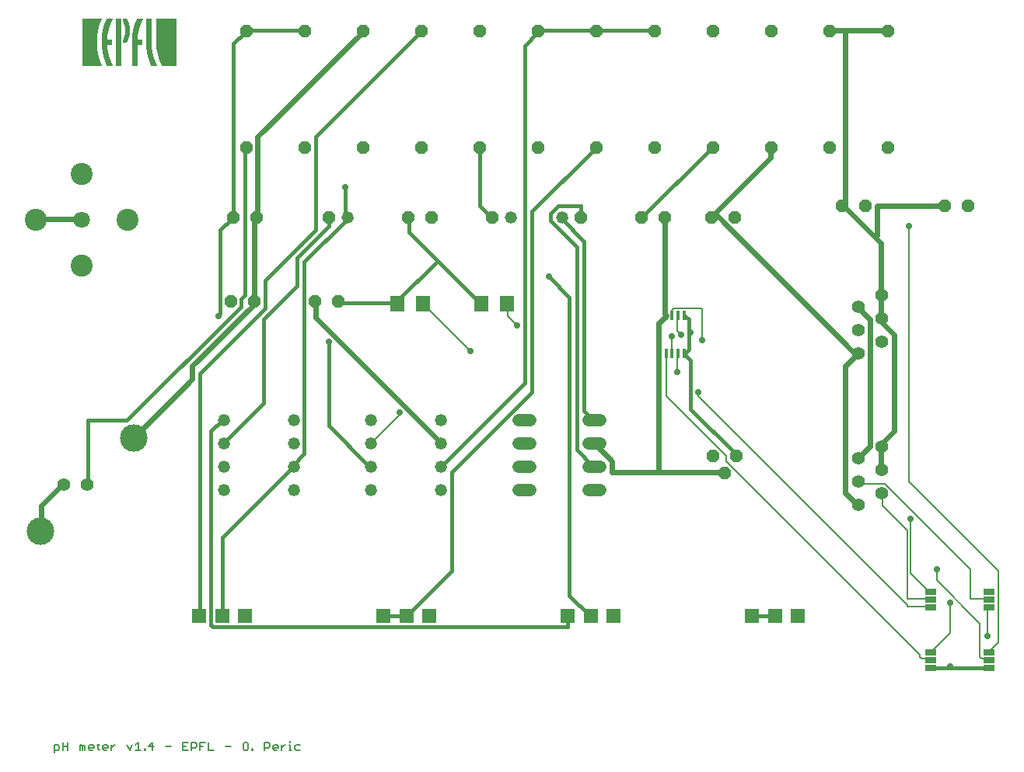
<source format=gtl>
G75*
G70*
%OFA0B0*%
%FSLAX24Y24*%
%IPPOS*%
%LPD*%
%AMOC8*
5,1,8,0,0,1.08239X$1,22.5*
%
%ADD10C,0.0060*%
%ADD11C,0.0010*%
%ADD12OC8,0.0520*%
%ADD13C,0.0520*%
%ADD14C,0.0520*%
%ADD15R,0.0177X0.0394*%
%ADD16C,0.0554*%
%ADD17R,0.0500X0.0250*%
%ADD18C,0.0709*%
%ADD19C,0.0945*%
%ADD20R,0.0594X0.0594*%
%ADD21C,0.1181*%
%ADD22R,0.0630X0.0710*%
%ADD23C,0.0180*%
%ADD24C,0.0278*%
%ADD25C,0.0080*%
%ADD26C,0.0240*%
D10*
X003130Y000217D02*
X003130Y000557D01*
X003300Y000557D01*
X003357Y000500D01*
X003357Y000387D01*
X003300Y000330D01*
X003130Y000330D01*
X003498Y000330D02*
X003498Y000670D01*
X003498Y000500D02*
X003725Y000500D01*
X003725Y000670D02*
X003725Y000330D01*
X004235Y000330D02*
X004235Y000557D01*
X004292Y000557D01*
X004348Y000500D01*
X004405Y000557D01*
X004462Y000500D01*
X004462Y000330D01*
X004348Y000330D02*
X004348Y000500D01*
X004603Y000500D02*
X004660Y000557D01*
X004773Y000557D01*
X004830Y000500D01*
X004830Y000443D01*
X004603Y000443D01*
X004603Y000387D02*
X004603Y000500D01*
X004603Y000387D02*
X004660Y000330D01*
X004773Y000330D01*
X005028Y000387D02*
X005085Y000330D01*
X005028Y000387D02*
X005028Y000614D01*
X004972Y000557D02*
X005085Y000557D01*
X005217Y000500D02*
X005274Y000557D01*
X005387Y000557D01*
X005444Y000500D01*
X005444Y000443D01*
X005217Y000443D01*
X005217Y000387D02*
X005217Y000500D01*
X005217Y000387D02*
X005274Y000330D01*
X005387Y000330D01*
X005585Y000330D02*
X005585Y000557D01*
X005585Y000443D02*
X005699Y000557D01*
X005756Y000557D01*
X006261Y000557D02*
X006374Y000330D01*
X006488Y000557D01*
X006629Y000557D02*
X006742Y000670D01*
X006742Y000330D01*
X006629Y000330D02*
X006856Y000330D01*
X006997Y000330D02*
X007054Y000330D01*
X007054Y000387D01*
X006997Y000387D01*
X006997Y000330D01*
X007181Y000500D02*
X007352Y000670D01*
X007352Y000330D01*
X007408Y000500D02*
X007181Y000500D01*
X007918Y000500D02*
X008145Y000500D01*
X008655Y000500D02*
X008768Y000500D01*
X008655Y000330D02*
X008882Y000330D01*
X009023Y000330D02*
X009023Y000670D01*
X009193Y000670D01*
X009250Y000614D01*
X009250Y000500D01*
X009193Y000443D01*
X009023Y000443D01*
X008882Y000670D02*
X008655Y000670D01*
X008655Y000330D01*
X009391Y000330D02*
X009391Y000670D01*
X009618Y000670D01*
X009760Y000670D02*
X009760Y000330D01*
X009987Y000330D01*
X009505Y000500D02*
X009391Y000500D01*
X010496Y000500D02*
X010723Y000500D01*
X011233Y000387D02*
X011290Y000330D01*
X011403Y000330D01*
X011460Y000387D01*
X011460Y000614D01*
X011403Y000670D01*
X011290Y000670D01*
X011233Y000614D01*
X011233Y000387D01*
X011601Y000387D02*
X011658Y000387D01*
X011658Y000330D01*
X011601Y000330D01*
X011601Y000387D01*
X012154Y000443D02*
X012324Y000443D01*
X012381Y000500D01*
X012381Y000614D01*
X012324Y000670D01*
X012154Y000670D01*
X012154Y000330D01*
X012522Y000387D02*
X012522Y000500D01*
X012579Y000557D01*
X012692Y000557D01*
X012749Y000500D01*
X012749Y000443D01*
X012522Y000443D01*
X012522Y000387D02*
X012579Y000330D01*
X012692Y000330D01*
X012890Y000330D02*
X012890Y000557D01*
X012890Y000443D02*
X013004Y000557D01*
X013060Y000557D01*
X013197Y000557D02*
X013254Y000557D01*
X013254Y000330D01*
X013197Y000330D02*
X013311Y000330D01*
X013443Y000387D02*
X013500Y000330D01*
X013670Y000330D01*
X013670Y000557D02*
X013500Y000557D01*
X013443Y000500D01*
X013443Y000387D01*
X013254Y000670D02*
X013254Y000727D01*
D11*
X008332Y029740D02*
X007752Y029740D01*
X007649Y029973D01*
X007575Y030216D01*
X007529Y030466D01*
X007512Y030720D01*
X007512Y031740D01*
X008332Y031740D01*
X008332Y029740D01*
X007752Y029740D01*
X007748Y029749D02*
X008332Y029749D01*
X008332Y029757D02*
X007744Y029757D01*
X007740Y029766D02*
X008332Y029766D01*
X008332Y029774D02*
X007737Y029774D01*
X007733Y029783D02*
X008332Y029783D01*
X008332Y029791D02*
X007729Y029791D01*
X007725Y029800D02*
X008332Y029800D01*
X008332Y029808D02*
X007722Y029808D01*
X007718Y029817D02*
X008332Y029817D01*
X008332Y029825D02*
X007714Y029825D01*
X007711Y029834D02*
X008332Y029834D01*
X008332Y029842D02*
X007707Y029842D01*
X007703Y029851D02*
X008332Y029851D01*
X008332Y029859D02*
X007699Y029859D01*
X007696Y029868D02*
X008332Y029868D01*
X008332Y029876D02*
X007692Y029876D01*
X007688Y029885D02*
X008332Y029885D01*
X008332Y029893D02*
X007684Y029893D01*
X007681Y029902D02*
X008332Y029902D01*
X008332Y029910D02*
X007677Y029910D01*
X007673Y029919D02*
X008332Y029919D01*
X008332Y029927D02*
X007669Y029927D01*
X007666Y029936D02*
X008332Y029936D01*
X008332Y029944D02*
X007662Y029944D01*
X007658Y029953D02*
X008332Y029953D01*
X008332Y029961D02*
X007655Y029961D01*
X007651Y029970D02*
X008332Y029970D01*
X008332Y029978D02*
X007648Y029978D01*
X007645Y029987D02*
X008332Y029987D01*
X008332Y029995D02*
X007643Y029995D01*
X007640Y030004D02*
X008332Y030004D01*
X008332Y030012D02*
X007637Y030012D01*
X007635Y030021D02*
X008332Y030021D01*
X008332Y030029D02*
X007632Y030029D01*
X007630Y030038D02*
X008332Y030038D01*
X008332Y030046D02*
X007627Y030046D01*
X007624Y030055D02*
X008332Y030055D01*
X008332Y030063D02*
X007622Y030063D01*
X007619Y030072D02*
X008332Y030072D01*
X008332Y030080D02*
X007616Y030080D01*
X007614Y030089D02*
X008332Y030089D01*
X008332Y030097D02*
X007611Y030097D01*
X007609Y030106D02*
X008332Y030106D01*
X008332Y030114D02*
X007606Y030114D01*
X007603Y030123D02*
X008332Y030123D01*
X008332Y030131D02*
X007601Y030131D01*
X007598Y030140D02*
X008332Y030140D01*
X008332Y030148D02*
X007596Y030148D01*
X007593Y030157D02*
X008332Y030157D01*
X008332Y030165D02*
X007590Y030165D01*
X007588Y030174D02*
X008332Y030174D01*
X008332Y030182D02*
X007585Y030182D01*
X007582Y030191D02*
X008332Y030191D01*
X008332Y030199D02*
X007580Y030199D01*
X007577Y030208D02*
X008332Y030208D01*
X008332Y030216D02*
X007575Y030216D01*
X007573Y030225D02*
X008332Y030225D01*
X008332Y030233D02*
X007572Y030233D01*
X007570Y030242D02*
X008332Y030242D01*
X008332Y030250D02*
X007568Y030250D01*
X007567Y030259D02*
X008332Y030259D01*
X008332Y030267D02*
X007565Y030267D01*
X007564Y030276D02*
X008332Y030276D01*
X008332Y030284D02*
X007562Y030284D01*
X007561Y030293D02*
X008332Y030293D01*
X008332Y030301D02*
X007559Y030301D01*
X007557Y030310D02*
X008332Y030310D01*
X008332Y030318D02*
X007556Y030318D01*
X007554Y030327D02*
X008332Y030327D01*
X008332Y030335D02*
X007553Y030335D01*
X007551Y030344D02*
X008332Y030344D01*
X008332Y030352D02*
X007550Y030352D01*
X007548Y030361D02*
X008332Y030361D01*
X008332Y030369D02*
X007546Y030369D01*
X007545Y030378D02*
X008332Y030378D01*
X008332Y030386D02*
X007543Y030386D01*
X007542Y030395D02*
X008332Y030395D01*
X008332Y030403D02*
X007540Y030403D01*
X007539Y030412D02*
X008332Y030412D01*
X008332Y030420D02*
X007537Y030420D01*
X007535Y030429D02*
X008332Y030429D01*
X008332Y030437D02*
X007534Y030437D01*
X007532Y030446D02*
X008332Y030446D01*
X008332Y030454D02*
X007531Y030454D01*
X007529Y030463D02*
X008332Y030463D01*
X008332Y030471D02*
X007528Y030471D01*
X007528Y030480D02*
X008332Y030480D01*
X008332Y030488D02*
X007527Y030488D01*
X007527Y030497D02*
X008332Y030497D01*
X008332Y030505D02*
X007526Y030505D01*
X007525Y030514D02*
X008332Y030514D01*
X008332Y030522D02*
X007525Y030522D01*
X007524Y030531D02*
X008332Y030531D01*
X008332Y030539D02*
X007524Y030539D01*
X007523Y030548D02*
X008332Y030548D01*
X008332Y030556D02*
X007523Y030556D01*
X007522Y030565D02*
X008332Y030565D01*
X008332Y030573D02*
X007521Y030573D01*
X007521Y030582D02*
X008332Y030582D01*
X008332Y030590D02*
X007520Y030590D01*
X007520Y030599D02*
X008332Y030599D01*
X008332Y030607D02*
X007519Y030607D01*
X007519Y030616D02*
X008332Y030616D01*
X008332Y030624D02*
X007518Y030624D01*
X007517Y030633D02*
X008332Y030633D01*
X008332Y030641D02*
X007517Y030641D01*
X007516Y030650D02*
X008332Y030650D01*
X008332Y030658D02*
X007516Y030658D01*
X007515Y030667D02*
X008332Y030667D01*
X008332Y030675D02*
X007515Y030675D01*
X007514Y030684D02*
X008332Y030684D01*
X008332Y030692D02*
X007513Y030692D01*
X007513Y030701D02*
X008332Y030701D01*
X008332Y030709D02*
X007512Y030709D01*
X007512Y030718D02*
X008332Y030718D01*
X008332Y030726D02*
X007512Y030726D01*
X007512Y030735D02*
X008332Y030735D01*
X008332Y030743D02*
X007512Y030743D01*
X007512Y030752D02*
X008332Y030752D01*
X008332Y030760D02*
X007512Y030760D01*
X007512Y030769D02*
X008332Y030769D01*
X008332Y030777D02*
X007512Y030777D01*
X007512Y030786D02*
X008332Y030786D01*
X008332Y030794D02*
X007512Y030794D01*
X007512Y030803D02*
X008332Y030803D01*
X008332Y030811D02*
X007512Y030811D01*
X007512Y030820D02*
X008332Y030820D01*
X008332Y030828D02*
X007512Y030828D01*
X007512Y030837D02*
X008332Y030837D01*
X008332Y030845D02*
X007512Y030845D01*
X007512Y030854D02*
X008332Y030854D01*
X008332Y030862D02*
X007512Y030862D01*
X007512Y030871D02*
X008332Y030871D01*
X008332Y030879D02*
X007512Y030879D01*
X007512Y030888D02*
X008332Y030888D01*
X008332Y030896D02*
X007512Y030896D01*
X007512Y030905D02*
X008332Y030905D01*
X008332Y030913D02*
X007512Y030913D01*
X007512Y030922D02*
X008332Y030922D01*
X008332Y030930D02*
X007512Y030930D01*
X007512Y030939D02*
X008332Y030939D01*
X008332Y030947D02*
X007512Y030947D01*
X007512Y030956D02*
X008332Y030956D01*
X008332Y030964D02*
X007512Y030964D01*
X007512Y030973D02*
X008332Y030973D01*
X008332Y030981D02*
X007512Y030981D01*
X007512Y030990D02*
X008332Y030990D01*
X008332Y030998D02*
X007512Y030998D01*
X007512Y031007D02*
X008332Y031007D01*
X008332Y031015D02*
X007512Y031015D01*
X007512Y031024D02*
X008332Y031024D01*
X008332Y031032D02*
X007512Y031032D01*
X007512Y031041D02*
X008332Y031041D01*
X008332Y031049D02*
X007512Y031049D01*
X007512Y031058D02*
X008332Y031058D01*
X008332Y031066D02*
X007512Y031066D01*
X007512Y031075D02*
X008332Y031075D01*
X008332Y031083D02*
X007512Y031083D01*
X007512Y031092D02*
X008332Y031092D01*
X008332Y031100D02*
X007512Y031100D01*
X007512Y031109D02*
X008332Y031109D01*
X008332Y031117D02*
X007512Y031117D01*
X007512Y031126D02*
X008332Y031126D01*
X008332Y031134D02*
X007512Y031134D01*
X007512Y031143D02*
X008332Y031143D01*
X008332Y031151D02*
X007512Y031151D01*
X007512Y031160D02*
X008332Y031160D01*
X008332Y031168D02*
X007512Y031168D01*
X007512Y031177D02*
X008332Y031177D01*
X008332Y031185D02*
X007512Y031185D01*
X007512Y031194D02*
X008332Y031194D01*
X008332Y031202D02*
X007512Y031202D01*
X007512Y031211D02*
X008332Y031211D01*
X008332Y031219D02*
X007512Y031219D01*
X007512Y031228D02*
X008332Y031228D01*
X008332Y031236D02*
X007512Y031236D01*
X007512Y031245D02*
X008332Y031245D01*
X008332Y031253D02*
X007512Y031253D01*
X007512Y031262D02*
X008332Y031262D01*
X008332Y031270D02*
X007512Y031270D01*
X007512Y031279D02*
X008332Y031279D01*
X008332Y031287D02*
X007512Y031287D01*
X007512Y031296D02*
X008332Y031296D01*
X008332Y031304D02*
X007512Y031304D01*
X007512Y031313D02*
X008332Y031313D01*
X008332Y031321D02*
X007512Y031321D01*
X007512Y031330D02*
X008332Y031330D01*
X008332Y031338D02*
X007512Y031338D01*
X007512Y031347D02*
X008332Y031347D01*
X008332Y031355D02*
X007512Y031355D01*
X007512Y031364D02*
X008332Y031364D01*
X008332Y031372D02*
X007512Y031372D01*
X007512Y031381D02*
X008332Y031381D01*
X008332Y031389D02*
X007512Y031389D01*
X007512Y031398D02*
X008332Y031398D01*
X008332Y031406D02*
X007512Y031406D01*
X007512Y031415D02*
X008332Y031415D01*
X008332Y031423D02*
X007512Y031423D01*
X007512Y031432D02*
X008332Y031432D01*
X008332Y031440D02*
X007512Y031440D01*
X007512Y031449D02*
X008332Y031449D01*
X008332Y031457D02*
X007512Y031457D01*
X007512Y031466D02*
X008332Y031466D01*
X008332Y031474D02*
X007512Y031474D01*
X007512Y031483D02*
X008332Y031483D01*
X008332Y031491D02*
X007512Y031491D01*
X007512Y031500D02*
X008332Y031500D01*
X008332Y031508D02*
X007512Y031508D01*
X007512Y031517D02*
X008332Y031517D01*
X008332Y031525D02*
X007512Y031525D01*
X007512Y031534D02*
X008332Y031534D01*
X008332Y031542D02*
X007512Y031542D01*
X007512Y031551D02*
X008332Y031551D01*
X008332Y031559D02*
X007512Y031559D01*
X007512Y031568D02*
X008332Y031568D01*
X008332Y031576D02*
X007512Y031576D01*
X007512Y031585D02*
X008332Y031585D01*
X008332Y031593D02*
X007512Y031593D01*
X007512Y031602D02*
X008332Y031602D01*
X008332Y031610D02*
X007512Y031610D01*
X007512Y031619D02*
X008332Y031619D01*
X008332Y031627D02*
X007512Y031627D01*
X007512Y031636D02*
X008332Y031636D01*
X008332Y031644D02*
X007512Y031644D01*
X007512Y031653D02*
X008332Y031653D01*
X008332Y031661D02*
X007512Y031661D01*
X007512Y031670D02*
X008332Y031670D01*
X008332Y031678D02*
X007512Y031678D01*
X007512Y031687D02*
X008332Y031687D01*
X008332Y031695D02*
X007512Y031695D01*
X007512Y031704D02*
X008332Y031704D01*
X008332Y031712D02*
X007512Y031712D01*
X007512Y031721D02*
X008332Y031721D01*
X008332Y031729D02*
X007512Y031729D01*
X007512Y031738D02*
X008332Y031738D01*
X007272Y031738D02*
X007072Y031738D01*
X007072Y031740D02*
X007272Y031740D01*
X007272Y030640D01*
X007295Y030407D01*
X007344Y030177D01*
X007416Y029954D01*
X007512Y029740D01*
X007291Y029740D01*
X007198Y029975D01*
X007130Y030218D01*
X007088Y030468D01*
X007072Y030720D01*
X007072Y031740D01*
X007072Y031729D02*
X007272Y031729D01*
X007272Y031721D02*
X007072Y031721D01*
X007072Y031712D02*
X007272Y031712D01*
X007272Y031704D02*
X007072Y031704D01*
X007072Y031695D02*
X007272Y031695D01*
X007272Y031687D02*
X007072Y031687D01*
X007072Y031678D02*
X007272Y031678D01*
X007272Y031670D02*
X007072Y031670D01*
X007072Y031661D02*
X007272Y031661D01*
X007272Y031653D02*
X007072Y031653D01*
X007072Y031644D02*
X007272Y031644D01*
X007272Y031636D02*
X007072Y031636D01*
X007072Y031627D02*
X007272Y031627D01*
X007272Y031619D02*
X007072Y031619D01*
X007072Y031610D02*
X007272Y031610D01*
X007272Y031602D02*
X007072Y031602D01*
X007072Y031593D02*
X007272Y031593D01*
X007272Y031585D02*
X007072Y031585D01*
X007072Y031576D02*
X007272Y031576D01*
X007272Y031568D02*
X007072Y031568D01*
X007072Y031559D02*
X007272Y031559D01*
X007272Y031551D02*
X007072Y031551D01*
X007072Y031542D02*
X007272Y031542D01*
X007272Y031534D02*
X007072Y031534D01*
X007072Y031525D02*
X007272Y031525D01*
X007272Y031517D02*
X007072Y031517D01*
X007072Y031508D02*
X007272Y031508D01*
X007272Y031500D02*
X007072Y031500D01*
X007072Y031491D02*
X007272Y031491D01*
X007272Y031483D02*
X007072Y031483D01*
X007072Y031474D02*
X007272Y031474D01*
X007272Y031466D02*
X007072Y031466D01*
X007072Y031457D02*
X007272Y031457D01*
X007272Y031449D02*
X007072Y031449D01*
X007072Y031440D02*
X007272Y031440D01*
X007272Y031432D02*
X007072Y031432D01*
X007072Y031423D02*
X007272Y031423D01*
X007272Y031415D02*
X007072Y031415D01*
X007072Y031406D02*
X007272Y031406D01*
X007272Y031398D02*
X007072Y031398D01*
X007072Y031389D02*
X007272Y031389D01*
X007272Y031381D02*
X007072Y031381D01*
X007072Y031372D02*
X007272Y031372D01*
X007272Y031364D02*
X007072Y031364D01*
X007072Y031355D02*
X007272Y031355D01*
X007272Y031347D02*
X007072Y031347D01*
X007072Y031338D02*
X007272Y031338D01*
X007272Y031330D02*
X007072Y031330D01*
X007072Y031321D02*
X007272Y031321D01*
X007272Y031313D02*
X007072Y031313D01*
X007072Y031304D02*
X007272Y031304D01*
X007272Y031296D02*
X007072Y031296D01*
X007072Y031287D02*
X007272Y031287D01*
X007272Y031279D02*
X007072Y031279D01*
X007072Y031270D02*
X007272Y031270D01*
X007272Y031262D02*
X007072Y031262D01*
X007072Y031253D02*
X007272Y031253D01*
X007272Y031245D02*
X007072Y031245D01*
X007072Y031236D02*
X007272Y031236D01*
X007272Y031228D02*
X007072Y031228D01*
X007072Y031219D02*
X007272Y031219D01*
X007272Y031211D02*
X007072Y031211D01*
X007072Y031202D02*
X007272Y031202D01*
X007272Y031194D02*
X007072Y031194D01*
X007072Y031185D02*
X007272Y031185D01*
X007272Y031177D02*
X007072Y031177D01*
X007072Y031168D02*
X007272Y031168D01*
X007272Y031160D02*
X007072Y031160D01*
X007072Y031151D02*
X007272Y031151D01*
X007272Y031143D02*
X007072Y031143D01*
X007072Y031134D02*
X007272Y031134D01*
X007272Y031126D02*
X007072Y031126D01*
X007072Y031117D02*
X007272Y031117D01*
X007272Y031109D02*
X007072Y031109D01*
X007072Y031100D02*
X007272Y031100D01*
X007272Y031092D02*
X007072Y031092D01*
X007072Y031083D02*
X007272Y031083D01*
X007272Y031075D02*
X007072Y031075D01*
X007072Y031066D02*
X007272Y031066D01*
X007272Y031058D02*
X007072Y031058D01*
X007072Y031049D02*
X007272Y031049D01*
X007272Y031041D02*
X007072Y031041D01*
X007072Y031032D02*
X007272Y031032D01*
X007272Y031024D02*
X007072Y031024D01*
X007072Y031015D02*
X007272Y031015D01*
X007272Y031007D02*
X007072Y031007D01*
X007072Y030998D02*
X007272Y030998D01*
X007272Y030990D02*
X007072Y030990D01*
X007072Y030981D02*
X007272Y030981D01*
X007272Y030973D02*
X007072Y030973D01*
X007072Y030964D02*
X007272Y030964D01*
X007272Y030956D02*
X007072Y030956D01*
X007072Y030947D02*
X007272Y030947D01*
X007272Y030939D02*
X007072Y030939D01*
X007072Y030930D02*
X007272Y030930D01*
X007272Y030922D02*
X007072Y030922D01*
X007072Y030913D02*
X007272Y030913D01*
X007272Y030905D02*
X007072Y030905D01*
X007072Y030896D02*
X007272Y030896D01*
X007272Y030888D02*
X007072Y030888D01*
X007072Y030879D02*
X007272Y030879D01*
X007272Y030871D02*
X007072Y030871D01*
X007072Y030862D02*
X007272Y030862D01*
X007272Y030854D02*
X007072Y030854D01*
X007072Y030845D02*
X007272Y030845D01*
X007272Y030837D02*
X007072Y030837D01*
X007072Y030828D02*
X007272Y030828D01*
X007272Y030820D02*
X007072Y030820D01*
X007072Y030811D02*
X007272Y030811D01*
X007272Y030803D02*
X007072Y030803D01*
X007072Y030794D02*
X007272Y030794D01*
X007272Y030786D02*
X007072Y030786D01*
X007072Y030777D02*
X007272Y030777D01*
X007272Y030769D02*
X007072Y030769D01*
X007072Y030760D02*
X007272Y030760D01*
X007272Y030752D02*
X007072Y030752D01*
X007072Y030743D02*
X007272Y030743D01*
X007272Y030735D02*
X007072Y030735D01*
X007072Y030726D02*
X007272Y030726D01*
X007272Y030718D02*
X007072Y030718D01*
X007072Y030709D02*
X007272Y030709D01*
X007272Y030701D02*
X007073Y030701D01*
X007074Y030692D02*
X007272Y030692D01*
X007272Y030684D02*
X007074Y030684D01*
X007075Y030675D02*
X007272Y030675D01*
X007272Y030667D02*
X007075Y030667D01*
X007076Y030658D02*
X007272Y030658D01*
X007272Y030650D02*
X007076Y030650D01*
X007077Y030641D02*
X007272Y030641D01*
X007273Y030633D02*
X007077Y030633D01*
X007078Y030624D02*
X007273Y030624D01*
X007274Y030616D02*
X007078Y030616D01*
X007079Y030607D02*
X007275Y030607D01*
X007276Y030599D02*
X007079Y030599D01*
X007080Y030590D02*
X007277Y030590D01*
X007278Y030582D02*
X007080Y030582D01*
X007081Y030573D02*
X007279Y030573D01*
X007279Y030565D02*
X007082Y030565D01*
X007082Y030556D02*
X007280Y030556D01*
X007281Y030548D02*
X007083Y030548D01*
X007083Y030539D02*
X007282Y030539D01*
X007283Y030531D02*
X007084Y030531D01*
X007084Y030522D02*
X007284Y030522D01*
X007285Y030514D02*
X007085Y030514D01*
X007085Y030505D02*
X007285Y030505D01*
X007286Y030497D02*
X007086Y030497D01*
X007086Y030488D02*
X007287Y030488D01*
X007288Y030480D02*
X007087Y030480D01*
X007087Y030471D02*
X007289Y030471D01*
X007290Y030463D02*
X007088Y030463D01*
X007090Y030454D02*
X007291Y030454D01*
X007291Y030446D02*
X007091Y030446D01*
X007093Y030437D02*
X007292Y030437D01*
X007293Y030429D02*
X007094Y030429D01*
X007096Y030420D02*
X007294Y030420D01*
X007295Y030412D02*
X007097Y030412D01*
X007098Y030403D02*
X007296Y030403D01*
X007298Y030395D02*
X007100Y030395D01*
X007101Y030386D02*
X007300Y030386D01*
X007301Y030378D02*
X007103Y030378D01*
X007104Y030369D02*
X007303Y030369D01*
X007305Y030361D02*
X007106Y030361D01*
X007107Y030352D02*
X007307Y030352D01*
X007309Y030344D02*
X007109Y030344D01*
X007110Y030335D02*
X007310Y030335D01*
X007312Y030327D02*
X007111Y030327D01*
X007113Y030318D02*
X007314Y030318D01*
X007316Y030310D02*
X007114Y030310D01*
X007116Y030301D02*
X007317Y030301D01*
X007319Y030293D02*
X007117Y030293D01*
X007119Y030284D02*
X007321Y030284D01*
X007323Y030276D02*
X007120Y030276D01*
X007122Y030267D02*
X007325Y030267D01*
X007326Y030259D02*
X007123Y030259D01*
X007124Y030250D02*
X007328Y030250D01*
X007330Y030242D02*
X007126Y030242D01*
X007127Y030233D02*
X007332Y030233D01*
X007334Y030225D02*
X007129Y030225D01*
X007130Y030216D02*
X007335Y030216D01*
X007337Y030208D02*
X007133Y030208D01*
X007135Y030199D02*
X007339Y030199D01*
X007341Y030191D02*
X007138Y030191D01*
X007140Y030182D02*
X007342Y030182D01*
X007345Y030174D02*
X007142Y030174D01*
X007145Y030165D02*
X007347Y030165D01*
X007350Y030157D02*
X007147Y030157D01*
X007149Y030148D02*
X007353Y030148D01*
X007356Y030140D02*
X007152Y030140D01*
X007154Y030131D02*
X007358Y030131D01*
X007361Y030123D02*
X007157Y030123D01*
X007159Y030114D02*
X007364Y030114D01*
X007367Y030106D02*
X007161Y030106D01*
X007164Y030097D02*
X007369Y030097D01*
X007372Y030089D02*
X007166Y030089D01*
X007169Y030080D02*
X007375Y030080D01*
X007378Y030072D02*
X007171Y030072D01*
X007173Y030063D02*
X007380Y030063D01*
X007383Y030055D02*
X007176Y030055D01*
X007178Y030046D02*
X007386Y030046D01*
X007389Y030038D02*
X007180Y030038D01*
X007183Y030029D02*
X007392Y030029D01*
X007394Y030021D02*
X007185Y030021D01*
X007188Y030012D02*
X007397Y030012D01*
X007400Y030004D02*
X007190Y030004D01*
X007192Y029995D02*
X007403Y029995D01*
X007405Y029987D02*
X007195Y029987D01*
X007197Y029978D02*
X007408Y029978D01*
X007411Y029970D02*
X007200Y029970D01*
X007203Y029961D02*
X007414Y029961D01*
X007416Y029953D02*
X007207Y029953D01*
X007210Y029944D02*
X007420Y029944D01*
X007424Y029936D02*
X007214Y029936D01*
X007217Y029927D02*
X007428Y029927D01*
X007432Y029919D02*
X007220Y029919D01*
X007224Y029910D02*
X007435Y029910D01*
X007439Y029902D02*
X007227Y029902D01*
X007231Y029893D02*
X007443Y029893D01*
X007447Y029885D02*
X007234Y029885D01*
X007237Y029876D02*
X007451Y029876D01*
X007454Y029868D02*
X007241Y029868D01*
X007244Y029859D02*
X007458Y029859D01*
X007462Y029851D02*
X007247Y029851D01*
X007251Y029842D02*
X007466Y029842D01*
X007470Y029834D02*
X007254Y029834D01*
X007258Y029825D02*
X007473Y029825D01*
X007477Y029817D02*
X007261Y029817D01*
X007264Y029808D02*
X007481Y029808D01*
X007485Y029800D02*
X007268Y029800D01*
X007271Y029791D02*
X007489Y029791D01*
X007492Y029783D02*
X007274Y029783D01*
X007278Y029774D02*
X007496Y029774D01*
X007500Y029766D02*
X007281Y029766D01*
X007285Y029757D02*
X007504Y029757D01*
X007508Y029749D02*
X007288Y029749D01*
X007291Y029740D02*
X007511Y029740D01*
X006672Y029740D02*
X006472Y029740D01*
X006472Y030740D01*
X006486Y030998D01*
X006688Y030998D01*
X006687Y030990D02*
X006485Y030990D01*
X006486Y030998D02*
X006527Y031252D01*
X006596Y031501D01*
X006691Y031740D01*
X006912Y031740D01*
X006816Y031526D01*
X006744Y031303D01*
X006695Y031073D01*
X006672Y030840D01*
X006872Y030840D01*
X006872Y030640D01*
X006672Y030640D01*
X006672Y029740D01*
X006472Y029740D01*
X006472Y029749D02*
X006672Y029749D01*
X006672Y029757D02*
X006472Y029757D01*
X006472Y029766D02*
X006672Y029766D01*
X006672Y029774D02*
X006472Y029774D01*
X006472Y029783D02*
X006672Y029783D01*
X006672Y029791D02*
X006472Y029791D01*
X006472Y029800D02*
X006672Y029800D01*
X006672Y029808D02*
X006472Y029808D01*
X006472Y029817D02*
X006672Y029817D01*
X006672Y029825D02*
X006472Y029825D01*
X006472Y029834D02*
X006672Y029834D01*
X006672Y029842D02*
X006472Y029842D01*
X006472Y029851D02*
X006672Y029851D01*
X006672Y029859D02*
X006472Y029859D01*
X006472Y029868D02*
X006672Y029868D01*
X006672Y029876D02*
X006472Y029876D01*
X006472Y029885D02*
X006672Y029885D01*
X006672Y029893D02*
X006472Y029893D01*
X006472Y029902D02*
X006672Y029902D01*
X006672Y029910D02*
X006472Y029910D01*
X006472Y029919D02*
X006672Y029919D01*
X006672Y029927D02*
X006472Y029927D01*
X006472Y029936D02*
X006672Y029936D01*
X006672Y029944D02*
X006472Y029944D01*
X006472Y029953D02*
X006672Y029953D01*
X006672Y029961D02*
X006472Y029961D01*
X006472Y029970D02*
X006672Y029970D01*
X006672Y029978D02*
X006472Y029978D01*
X006472Y029987D02*
X006672Y029987D01*
X006672Y029995D02*
X006472Y029995D01*
X006472Y030004D02*
X006672Y030004D01*
X006672Y030012D02*
X006472Y030012D01*
X006472Y030021D02*
X006672Y030021D01*
X006672Y030029D02*
X006472Y030029D01*
X006472Y030038D02*
X006672Y030038D01*
X006672Y030046D02*
X006472Y030046D01*
X006472Y030055D02*
X006672Y030055D01*
X006672Y030063D02*
X006472Y030063D01*
X006472Y030072D02*
X006672Y030072D01*
X006672Y030080D02*
X006472Y030080D01*
X006472Y030089D02*
X006672Y030089D01*
X006672Y030097D02*
X006472Y030097D01*
X006472Y030106D02*
X006672Y030106D01*
X006672Y030114D02*
X006472Y030114D01*
X006472Y030123D02*
X006672Y030123D01*
X006672Y030131D02*
X006472Y030131D01*
X006472Y030140D02*
X006672Y030140D01*
X006672Y030148D02*
X006472Y030148D01*
X006472Y030157D02*
X006672Y030157D01*
X006672Y030165D02*
X006472Y030165D01*
X006472Y030174D02*
X006672Y030174D01*
X006672Y030182D02*
X006472Y030182D01*
X006472Y030191D02*
X006672Y030191D01*
X006672Y030199D02*
X006472Y030199D01*
X006472Y030208D02*
X006672Y030208D01*
X006672Y030216D02*
X006472Y030216D01*
X006472Y030225D02*
X006672Y030225D01*
X006672Y030233D02*
X006472Y030233D01*
X006472Y030242D02*
X006672Y030242D01*
X006672Y030250D02*
X006472Y030250D01*
X006472Y030259D02*
X006672Y030259D01*
X006672Y030267D02*
X006472Y030267D01*
X006472Y030276D02*
X006672Y030276D01*
X006672Y030284D02*
X006472Y030284D01*
X006472Y030293D02*
X006672Y030293D01*
X006672Y030301D02*
X006472Y030301D01*
X006472Y030310D02*
X006672Y030310D01*
X006672Y030318D02*
X006472Y030318D01*
X006472Y030327D02*
X006672Y030327D01*
X006672Y030335D02*
X006472Y030335D01*
X006472Y030344D02*
X006672Y030344D01*
X006672Y030352D02*
X006472Y030352D01*
X006472Y030361D02*
X006672Y030361D01*
X006672Y030369D02*
X006472Y030369D01*
X006472Y030378D02*
X006672Y030378D01*
X006672Y030386D02*
X006472Y030386D01*
X006472Y030395D02*
X006672Y030395D01*
X006672Y030403D02*
X006472Y030403D01*
X006472Y030412D02*
X006672Y030412D01*
X006672Y030420D02*
X006472Y030420D01*
X006472Y030429D02*
X006672Y030429D01*
X006672Y030437D02*
X006472Y030437D01*
X006472Y030446D02*
X006672Y030446D01*
X006672Y030454D02*
X006472Y030454D01*
X006472Y030463D02*
X006672Y030463D01*
X006672Y030471D02*
X006472Y030471D01*
X006472Y030480D02*
X006672Y030480D01*
X006672Y030488D02*
X006472Y030488D01*
X006472Y030497D02*
X006672Y030497D01*
X006672Y030505D02*
X006472Y030505D01*
X006472Y030514D02*
X006672Y030514D01*
X006672Y030522D02*
X006472Y030522D01*
X006472Y030531D02*
X006672Y030531D01*
X006672Y030539D02*
X006472Y030539D01*
X006472Y030548D02*
X006672Y030548D01*
X006672Y030556D02*
X006472Y030556D01*
X006472Y030565D02*
X006672Y030565D01*
X006672Y030573D02*
X006472Y030573D01*
X006472Y030582D02*
X006672Y030582D01*
X006672Y030590D02*
X006472Y030590D01*
X006472Y030599D02*
X006672Y030599D01*
X006672Y030607D02*
X006472Y030607D01*
X006472Y030616D02*
X006672Y030616D01*
X006672Y030624D02*
X006472Y030624D01*
X006472Y030633D02*
X006672Y030633D01*
X006472Y030641D02*
X006872Y030641D01*
X006872Y030650D02*
X006472Y030650D01*
X006472Y030658D02*
X006872Y030658D01*
X006872Y030667D02*
X006472Y030667D01*
X006472Y030675D02*
X006872Y030675D01*
X006872Y030684D02*
X006472Y030684D01*
X006472Y030692D02*
X006872Y030692D01*
X006872Y030701D02*
X006472Y030701D01*
X006472Y030709D02*
X006872Y030709D01*
X006872Y030718D02*
X006472Y030718D01*
X006472Y030726D02*
X006872Y030726D01*
X006872Y030735D02*
X006472Y030735D01*
X006472Y030743D02*
X006872Y030743D01*
X006872Y030752D02*
X006472Y030752D01*
X006473Y030760D02*
X006872Y030760D01*
X006872Y030769D02*
X006473Y030769D01*
X006474Y030777D02*
X006872Y030777D01*
X006872Y030786D02*
X006474Y030786D01*
X006475Y030794D02*
X006872Y030794D01*
X006872Y030803D02*
X006475Y030803D01*
X006476Y030811D02*
X006872Y030811D01*
X006872Y030820D02*
X006476Y030820D01*
X006477Y030828D02*
X006872Y030828D01*
X006872Y030837D02*
X006477Y030837D01*
X006477Y030845D02*
X006672Y030845D01*
X006673Y030854D02*
X006478Y030854D01*
X006478Y030862D02*
X006674Y030862D01*
X006675Y030871D02*
X006479Y030871D01*
X006479Y030879D02*
X006676Y030879D01*
X006677Y030888D02*
X006480Y030888D01*
X006480Y030896D02*
X006677Y030896D01*
X006678Y030905D02*
X006481Y030905D01*
X006481Y030913D02*
X006679Y030913D01*
X006680Y030922D02*
X006482Y030922D01*
X006482Y030930D02*
X006681Y030930D01*
X006682Y030939D02*
X006482Y030939D01*
X006483Y030947D02*
X006683Y030947D01*
X006683Y030956D02*
X006483Y030956D01*
X006484Y030964D02*
X006684Y030964D01*
X006685Y030973D02*
X006484Y030973D01*
X006485Y030981D02*
X006686Y030981D01*
X006689Y031007D02*
X006487Y031007D01*
X006489Y031015D02*
X006689Y031015D01*
X006690Y031024D02*
X006490Y031024D01*
X006491Y031032D02*
X006691Y031032D01*
X006692Y031041D02*
X006493Y031041D01*
X006494Y031049D02*
X006693Y031049D01*
X006694Y031058D02*
X006496Y031058D01*
X006497Y031066D02*
X006695Y031066D01*
X006696Y031075D02*
X006498Y031075D01*
X006500Y031083D02*
X006697Y031083D01*
X006699Y031092D02*
X006501Y031092D01*
X006502Y031100D02*
X006701Y031100D01*
X006703Y031109D02*
X006504Y031109D01*
X006505Y031117D02*
X006705Y031117D01*
X006706Y031126D02*
X006507Y031126D01*
X006508Y031134D02*
X006708Y031134D01*
X006710Y031143D02*
X006509Y031143D01*
X006511Y031151D02*
X006712Y031151D01*
X006713Y031160D02*
X006512Y031160D01*
X006514Y031168D02*
X006715Y031168D01*
X006717Y031177D02*
X006515Y031177D01*
X006516Y031185D02*
X006719Y031185D01*
X006721Y031194D02*
X006518Y031194D01*
X006519Y031202D02*
X006722Y031202D01*
X006724Y031211D02*
X006521Y031211D01*
X006522Y031219D02*
X006726Y031219D01*
X006728Y031228D02*
X006523Y031228D01*
X006525Y031236D02*
X006730Y031236D01*
X006731Y031245D02*
X006526Y031245D01*
X006528Y031253D02*
X006733Y031253D01*
X006735Y031262D02*
X006530Y031262D01*
X006532Y031270D02*
X006737Y031270D01*
X006738Y031279D02*
X006535Y031279D01*
X006537Y031287D02*
X006740Y031287D01*
X006742Y031296D02*
X006539Y031296D01*
X006542Y031304D02*
X006744Y031304D01*
X006747Y031313D02*
X006544Y031313D01*
X006546Y031321D02*
X006750Y031321D01*
X006752Y031330D02*
X006549Y031330D01*
X006551Y031338D02*
X006755Y031338D01*
X006758Y031347D02*
X006554Y031347D01*
X006556Y031355D02*
X006761Y031355D01*
X006763Y031364D02*
X006558Y031364D01*
X006561Y031372D02*
X006766Y031372D01*
X006769Y031381D02*
X006563Y031381D01*
X006565Y031389D02*
X006772Y031389D01*
X006774Y031398D02*
X006568Y031398D01*
X006570Y031406D02*
X006777Y031406D01*
X006780Y031415D02*
X006572Y031415D01*
X006575Y031423D02*
X006783Y031423D01*
X006785Y031432D02*
X006577Y031432D01*
X006579Y031440D02*
X006788Y031440D01*
X006791Y031449D02*
X006582Y031449D01*
X006584Y031457D02*
X006794Y031457D01*
X006796Y031466D02*
X006587Y031466D01*
X006589Y031474D02*
X006799Y031474D01*
X006802Y031483D02*
X006591Y031483D01*
X006594Y031491D02*
X006805Y031491D01*
X006807Y031500D02*
X006596Y031500D01*
X006599Y031508D02*
X006810Y031508D01*
X006813Y031517D02*
X006603Y031517D01*
X006606Y031525D02*
X006816Y031525D01*
X006819Y031534D02*
X006609Y031534D01*
X006613Y031542D02*
X006823Y031542D01*
X006827Y031551D02*
X006616Y031551D01*
X006620Y031559D02*
X006831Y031559D01*
X006835Y031568D02*
X006623Y031568D01*
X006626Y031576D02*
X006838Y031576D01*
X006842Y031585D02*
X006630Y031585D01*
X006633Y031593D02*
X006846Y031593D01*
X006850Y031602D02*
X006636Y031602D01*
X006640Y031610D02*
X006854Y031610D01*
X006857Y031619D02*
X006643Y031619D01*
X006647Y031627D02*
X006861Y031627D01*
X006865Y031636D02*
X006650Y031636D01*
X006653Y031644D02*
X006869Y031644D01*
X006873Y031653D02*
X006657Y031653D01*
X006660Y031661D02*
X006876Y031661D01*
X006880Y031670D02*
X006664Y031670D01*
X006667Y031678D02*
X006884Y031678D01*
X006888Y031687D02*
X006670Y031687D01*
X006674Y031695D02*
X006892Y031695D01*
X006895Y031704D02*
X006677Y031704D01*
X006680Y031712D02*
X006899Y031712D01*
X006903Y031721D02*
X006684Y031721D01*
X006687Y031729D02*
X006907Y031729D01*
X006911Y031738D02*
X006691Y031738D01*
X006282Y031593D02*
X006116Y031593D01*
X006121Y031585D02*
X006285Y031585D01*
X006288Y031576D02*
X006124Y031576D01*
X006122Y031582D02*
X006072Y031680D01*
X006072Y031740D01*
X006212Y031740D01*
X006271Y031623D01*
X006315Y031499D01*
X006342Y031371D01*
X006352Y031240D01*
X006342Y031109D01*
X006183Y031109D01*
X006184Y031113D02*
X006191Y031220D01*
X006191Y031260D01*
X006183Y031370D01*
X006159Y031478D01*
X006122Y031582D01*
X006127Y031568D02*
X006291Y031568D01*
X006294Y031559D02*
X006130Y031559D01*
X006133Y031551D02*
X006297Y031551D01*
X006300Y031542D02*
X006136Y031542D01*
X006140Y031534D02*
X006303Y031534D01*
X006306Y031525D02*
X006143Y031525D01*
X006146Y031517D02*
X006309Y031517D01*
X006311Y031508D02*
X006149Y031508D01*
X006152Y031500D02*
X006314Y031500D01*
X006316Y031491D02*
X006155Y031491D01*
X006158Y031483D02*
X006318Y031483D01*
X006320Y031474D02*
X006160Y031474D01*
X006162Y031466D02*
X006322Y031466D01*
X006324Y031457D02*
X006164Y031457D01*
X006166Y031449D02*
X006325Y031449D01*
X006327Y031440D02*
X006168Y031440D01*
X006169Y031432D02*
X006329Y031432D01*
X006331Y031423D02*
X006171Y031423D01*
X006173Y031415D02*
X006332Y031415D01*
X006334Y031406D02*
X006175Y031406D01*
X006177Y031398D02*
X006336Y031398D01*
X006338Y031389D02*
X006179Y031389D01*
X006180Y031381D02*
X006340Y031381D01*
X006341Y031372D02*
X006182Y031372D01*
X006183Y031364D02*
X006342Y031364D01*
X006343Y031355D02*
X006184Y031355D01*
X006185Y031347D02*
X006344Y031347D01*
X006344Y031338D02*
X006185Y031338D01*
X006186Y031330D02*
X006345Y031330D01*
X006346Y031321D02*
X006187Y031321D01*
X006187Y031313D02*
X006346Y031313D01*
X006347Y031304D02*
X006188Y031304D01*
X006189Y031296D02*
X006347Y031296D01*
X006348Y031287D02*
X006189Y031287D01*
X006190Y031279D02*
X006349Y031279D01*
X006349Y031270D02*
X006191Y031270D01*
X006191Y031262D02*
X006350Y031262D01*
X006351Y031253D02*
X006191Y031253D01*
X006191Y031245D02*
X006351Y031245D01*
X006351Y031236D02*
X006191Y031236D01*
X006191Y031228D02*
X006351Y031228D01*
X006350Y031219D02*
X006191Y031219D01*
X006191Y031211D02*
X006350Y031211D01*
X006349Y031202D02*
X006190Y031202D01*
X006190Y031194D02*
X006348Y031194D01*
X006348Y031185D02*
X006189Y031185D01*
X006188Y031177D02*
X006347Y031177D01*
X006346Y031168D02*
X006188Y031168D01*
X006187Y031160D02*
X006346Y031160D01*
X006345Y031151D02*
X006187Y031151D01*
X006186Y031143D02*
X006344Y031143D01*
X006344Y031134D02*
X006185Y031134D01*
X006185Y031126D02*
X006343Y031126D01*
X006342Y031117D02*
X006184Y031117D01*
X006184Y031113D02*
X006163Y031008D01*
X006129Y030907D01*
X006082Y030810D01*
X006082Y030740D01*
X006212Y030740D01*
X006271Y030857D01*
X006315Y030981D01*
X006342Y031109D01*
X006340Y031100D02*
X006181Y031100D01*
X006180Y031092D02*
X006338Y031092D01*
X006336Y031083D02*
X006178Y031083D01*
X006176Y031075D02*
X006334Y031075D01*
X006333Y031066D02*
X006175Y031066D01*
X006173Y031058D02*
X006331Y031058D01*
X006329Y031049D02*
X006171Y031049D01*
X006169Y031041D02*
X006327Y031041D01*
X006326Y031032D02*
X006168Y031032D01*
X006166Y031024D02*
X006324Y031024D01*
X006322Y031015D02*
X006164Y031015D01*
X006162Y031007D02*
X006320Y031007D01*
X006318Y030998D02*
X006160Y030998D01*
X006157Y030990D02*
X006317Y030990D01*
X006315Y030981D02*
X006154Y030981D01*
X006151Y030973D02*
X006312Y030973D01*
X006309Y030964D02*
X006148Y030964D01*
X006145Y030956D02*
X006306Y030956D01*
X006303Y030947D02*
X006142Y030947D01*
X006139Y030939D02*
X006300Y030939D01*
X006297Y030930D02*
X006137Y030930D01*
X006134Y030922D02*
X006294Y030922D01*
X006291Y030913D02*
X006131Y030913D01*
X006128Y030905D02*
X006288Y030905D01*
X006285Y030896D02*
X006124Y030896D01*
X006119Y030888D02*
X006282Y030888D01*
X006279Y030879D02*
X006115Y030879D01*
X006111Y030871D02*
X006276Y030871D01*
X006273Y030862D02*
X006107Y030862D01*
X006103Y030854D02*
X006269Y030854D01*
X006265Y030845D02*
X006099Y030845D01*
X006095Y030837D02*
X006261Y030837D01*
X006256Y030828D02*
X006091Y030828D01*
X006086Y030820D02*
X006252Y030820D01*
X006248Y030811D02*
X006082Y030811D01*
X006082Y030803D02*
X006243Y030803D01*
X006239Y030794D02*
X006082Y030794D01*
X006082Y030786D02*
X006235Y030786D01*
X006231Y030777D02*
X006082Y030777D01*
X006082Y030769D02*
X006226Y030769D01*
X006222Y030760D02*
X006082Y030760D01*
X006082Y030752D02*
X006218Y030752D01*
X006213Y030743D02*
X006082Y030743D01*
X005972Y030743D02*
X005772Y030743D01*
X005772Y030735D02*
X005972Y030735D01*
X005972Y030726D02*
X005772Y030726D01*
X005772Y030718D02*
X005972Y030718D01*
X005972Y030709D02*
X005772Y030709D01*
X005772Y030701D02*
X005972Y030701D01*
X005972Y030692D02*
X005772Y030692D01*
X005772Y030684D02*
X005972Y030684D01*
X005972Y030675D02*
X005772Y030675D01*
X005772Y030667D02*
X005972Y030667D01*
X005972Y030658D02*
X005772Y030658D01*
X005772Y030650D02*
X005972Y030650D01*
X005972Y030641D02*
X005772Y030641D01*
X005772Y030633D02*
X005972Y030633D01*
X005972Y030624D02*
X005772Y030624D01*
X005772Y030616D02*
X005972Y030616D01*
X005972Y030607D02*
X005772Y030607D01*
X005772Y030599D02*
X005972Y030599D01*
X005972Y030590D02*
X005772Y030590D01*
X005772Y030582D02*
X005972Y030582D01*
X005972Y030573D02*
X005772Y030573D01*
X005772Y030565D02*
X005972Y030565D01*
X005972Y030556D02*
X005772Y030556D01*
X005772Y030548D02*
X005972Y030548D01*
X005972Y030539D02*
X005772Y030539D01*
X005772Y030531D02*
X005972Y030531D01*
X005972Y030522D02*
X005772Y030522D01*
X005772Y030514D02*
X005972Y030514D01*
X005972Y030505D02*
X005772Y030505D01*
X005772Y030497D02*
X005972Y030497D01*
X005972Y030488D02*
X005772Y030488D01*
X005772Y030480D02*
X005972Y030480D01*
X005972Y030471D02*
X005772Y030471D01*
X005772Y030463D02*
X005972Y030463D01*
X005972Y030454D02*
X005772Y030454D01*
X005772Y030446D02*
X005972Y030446D01*
X005972Y030437D02*
X005772Y030437D01*
X005772Y030429D02*
X005972Y030429D01*
X005972Y030420D02*
X005772Y030420D01*
X005772Y030412D02*
X005972Y030412D01*
X005972Y030403D02*
X005772Y030403D01*
X005772Y030395D02*
X005972Y030395D01*
X005972Y030386D02*
X005772Y030386D01*
X005772Y030378D02*
X005972Y030378D01*
X005972Y030369D02*
X005772Y030369D01*
X005772Y030361D02*
X005972Y030361D01*
X005972Y030352D02*
X005772Y030352D01*
X005772Y030344D02*
X005972Y030344D01*
X005972Y030335D02*
X005772Y030335D01*
X005772Y030327D02*
X005972Y030327D01*
X005972Y030318D02*
X005772Y030318D01*
X005772Y030310D02*
X005972Y030310D01*
X005972Y030301D02*
X005772Y030301D01*
X005772Y030293D02*
X005972Y030293D01*
X005972Y030284D02*
X005772Y030284D01*
X005772Y030276D02*
X005972Y030276D01*
X005972Y030267D02*
X005772Y030267D01*
X005772Y030259D02*
X005972Y030259D01*
X005972Y030250D02*
X005772Y030250D01*
X005772Y030242D02*
X005972Y030242D01*
X005972Y030233D02*
X005772Y030233D01*
X005772Y030225D02*
X005972Y030225D01*
X005972Y030216D02*
X005772Y030216D01*
X005772Y030208D02*
X005972Y030208D01*
X005972Y030199D02*
X005772Y030199D01*
X005772Y030191D02*
X005972Y030191D01*
X005972Y030182D02*
X005772Y030182D01*
X005772Y030174D02*
X005972Y030174D01*
X005972Y030165D02*
X005772Y030165D01*
X005772Y030157D02*
X005972Y030157D01*
X005972Y030148D02*
X005772Y030148D01*
X005772Y030140D02*
X005972Y030140D01*
X005972Y030131D02*
X005772Y030131D01*
X005772Y030123D02*
X005972Y030123D01*
X005972Y030114D02*
X005772Y030114D01*
X005772Y030106D02*
X005972Y030106D01*
X005972Y030097D02*
X005772Y030097D01*
X005772Y030089D02*
X005972Y030089D01*
X005972Y030080D02*
X005772Y030080D01*
X005772Y030072D02*
X005972Y030072D01*
X005972Y030063D02*
X005772Y030063D01*
X005772Y030055D02*
X005972Y030055D01*
X005972Y030046D02*
X005772Y030046D01*
X005772Y030038D02*
X005972Y030038D01*
X005972Y030029D02*
X005772Y030029D01*
X005772Y030021D02*
X005972Y030021D01*
X005972Y030012D02*
X005772Y030012D01*
X005772Y030004D02*
X005972Y030004D01*
X005972Y029995D02*
X005772Y029995D01*
X005772Y029987D02*
X005972Y029987D01*
X005972Y029978D02*
X005772Y029978D01*
X005772Y029970D02*
X005972Y029970D01*
X005972Y029961D02*
X005772Y029961D01*
X005772Y029953D02*
X005972Y029953D01*
X005972Y029944D02*
X005772Y029944D01*
X005772Y029936D02*
X005972Y029936D01*
X005972Y029927D02*
X005772Y029927D01*
X005772Y029919D02*
X005972Y029919D01*
X005972Y029910D02*
X005772Y029910D01*
X005772Y029902D02*
X005972Y029902D01*
X005972Y029893D02*
X005772Y029893D01*
X005772Y029885D02*
X005972Y029885D01*
X005972Y029876D02*
X005772Y029876D01*
X005772Y029868D02*
X005972Y029868D01*
X005972Y029859D02*
X005772Y029859D01*
X005772Y029851D02*
X005972Y029851D01*
X005972Y029842D02*
X005772Y029842D01*
X005772Y029834D02*
X005972Y029834D01*
X005972Y029825D02*
X005772Y029825D01*
X005772Y029817D02*
X005972Y029817D01*
X005972Y029808D02*
X005772Y029808D01*
X005772Y029800D02*
X005972Y029800D01*
X005972Y029791D02*
X005772Y029791D01*
X005772Y029783D02*
X005972Y029783D01*
X005972Y029774D02*
X005772Y029774D01*
X005772Y029766D02*
X005972Y029766D01*
X005972Y029757D02*
X005772Y029757D01*
X005772Y029749D02*
X005972Y029749D01*
X005972Y029740D02*
X005772Y029740D01*
X005772Y031740D01*
X005972Y031740D01*
X005972Y029740D01*
X005772Y029740D01*
X005612Y029740D02*
X005391Y029740D01*
X005298Y029975D01*
X005230Y030218D01*
X005188Y030468D01*
X005172Y030720D01*
X005172Y030740D01*
X005186Y030998D01*
X005388Y030998D01*
X005387Y030990D02*
X005185Y030990D01*
X005186Y030998D02*
X005227Y031252D01*
X005296Y031501D01*
X005391Y031740D01*
X005612Y031740D01*
X005516Y031526D01*
X005444Y031303D01*
X005395Y031073D01*
X005372Y030840D01*
X005572Y030840D01*
X005572Y030640D01*
X005372Y030640D01*
X005395Y030407D01*
X005444Y030177D01*
X005516Y029954D01*
X005612Y029740D01*
X005611Y029740D02*
X005391Y029740D01*
X005388Y029749D02*
X005608Y029749D01*
X005604Y029757D02*
X005385Y029757D01*
X005381Y029766D02*
X005600Y029766D01*
X005596Y029774D02*
X005378Y029774D01*
X005374Y029783D02*
X005592Y029783D01*
X005589Y029791D02*
X005371Y029791D01*
X005368Y029800D02*
X005585Y029800D01*
X005581Y029808D02*
X005364Y029808D01*
X005361Y029817D02*
X005577Y029817D01*
X005573Y029825D02*
X005358Y029825D01*
X005354Y029834D02*
X005570Y029834D01*
X005566Y029842D02*
X005351Y029842D01*
X005347Y029851D02*
X005562Y029851D01*
X005558Y029859D02*
X005344Y029859D01*
X005341Y029868D02*
X005554Y029868D01*
X005551Y029876D02*
X005337Y029876D01*
X005334Y029885D02*
X005547Y029885D01*
X005543Y029893D02*
X005331Y029893D01*
X005327Y029902D02*
X005539Y029902D01*
X005535Y029910D02*
X005324Y029910D01*
X005320Y029919D02*
X005532Y029919D01*
X005528Y029927D02*
X005317Y029927D01*
X005314Y029936D02*
X005524Y029936D01*
X005520Y029944D02*
X005310Y029944D01*
X005307Y029953D02*
X005516Y029953D01*
X005514Y029961D02*
X005303Y029961D01*
X005300Y029970D02*
X005511Y029970D01*
X005508Y029978D02*
X005297Y029978D01*
X005295Y029987D02*
X005505Y029987D01*
X005503Y029995D02*
X005292Y029995D01*
X005290Y030004D02*
X005500Y030004D01*
X005497Y030012D02*
X005288Y030012D01*
X005285Y030021D02*
X005494Y030021D01*
X005492Y030029D02*
X005283Y030029D01*
X005280Y030038D02*
X005489Y030038D01*
X005486Y030046D02*
X005278Y030046D01*
X005276Y030055D02*
X005483Y030055D01*
X005480Y030063D02*
X005273Y030063D01*
X005271Y030072D02*
X005478Y030072D01*
X005475Y030080D02*
X005269Y030080D01*
X005266Y030089D02*
X005472Y030089D01*
X005469Y030097D02*
X005264Y030097D01*
X005261Y030106D02*
X005467Y030106D01*
X005464Y030114D02*
X005259Y030114D01*
X005257Y030123D02*
X005461Y030123D01*
X005458Y030131D02*
X005254Y030131D01*
X005252Y030140D02*
X005456Y030140D01*
X005453Y030148D02*
X005249Y030148D01*
X005247Y030157D02*
X005450Y030157D01*
X005447Y030165D02*
X005245Y030165D01*
X005242Y030174D02*
X005445Y030174D01*
X005442Y030182D02*
X005240Y030182D01*
X005238Y030191D02*
X005441Y030191D01*
X005439Y030199D02*
X005235Y030199D01*
X005233Y030208D02*
X005437Y030208D01*
X005435Y030216D02*
X005230Y030216D01*
X005229Y030225D02*
X005434Y030225D01*
X005432Y030233D02*
X005227Y030233D01*
X005226Y030242D02*
X005430Y030242D01*
X005428Y030250D02*
X005224Y030250D01*
X005223Y030259D02*
X005426Y030259D01*
X005425Y030267D02*
X005222Y030267D01*
X005220Y030276D02*
X005423Y030276D01*
X005421Y030284D02*
X005219Y030284D01*
X005217Y030293D02*
X005419Y030293D01*
X005417Y030301D02*
X005216Y030301D01*
X005214Y030310D02*
X005416Y030310D01*
X005414Y030318D02*
X005213Y030318D01*
X005211Y030327D02*
X005412Y030327D01*
X005410Y030335D02*
X005210Y030335D01*
X005209Y030344D02*
X005409Y030344D01*
X005407Y030352D02*
X005207Y030352D01*
X005206Y030361D02*
X005405Y030361D01*
X005403Y030369D02*
X005204Y030369D01*
X005203Y030378D02*
X005401Y030378D01*
X005400Y030386D02*
X005201Y030386D01*
X005200Y030395D02*
X005398Y030395D01*
X005396Y030403D02*
X005198Y030403D01*
X005197Y030412D02*
X005395Y030412D01*
X005394Y030420D02*
X005196Y030420D01*
X005194Y030429D02*
X005393Y030429D01*
X005392Y030437D02*
X005193Y030437D01*
X005191Y030446D02*
X005391Y030446D01*
X005391Y030454D02*
X005190Y030454D01*
X005188Y030463D02*
X005390Y030463D01*
X005389Y030471D02*
X005187Y030471D01*
X005187Y030480D02*
X005388Y030480D01*
X005387Y030488D02*
X005186Y030488D01*
X005186Y030497D02*
X005386Y030497D01*
X005385Y030505D02*
X005185Y030505D01*
X005185Y030514D02*
X005385Y030514D01*
X005384Y030522D02*
X005184Y030522D01*
X005184Y030531D02*
X005383Y030531D01*
X005382Y030539D02*
X005183Y030539D01*
X005183Y030548D02*
X005381Y030548D01*
X005380Y030556D02*
X005182Y030556D01*
X005182Y030565D02*
X005379Y030565D01*
X005379Y030573D02*
X005181Y030573D01*
X005180Y030582D02*
X005378Y030582D01*
X005377Y030590D02*
X005180Y030590D01*
X005179Y030599D02*
X005376Y030599D01*
X005375Y030607D02*
X005179Y030607D01*
X005178Y030616D02*
X005374Y030616D01*
X005373Y030624D02*
X005178Y030624D01*
X005177Y030633D02*
X005373Y030633D01*
X005177Y030641D02*
X005572Y030641D01*
X005572Y030650D02*
X005176Y030650D01*
X005176Y030658D02*
X005572Y030658D01*
X005572Y030667D02*
X005175Y030667D01*
X005175Y030675D02*
X005572Y030675D01*
X005572Y030684D02*
X005174Y030684D01*
X005174Y030692D02*
X005572Y030692D01*
X005572Y030701D02*
X005173Y030701D01*
X005172Y030709D02*
X005572Y030709D01*
X005572Y030718D02*
X005172Y030718D01*
X005172Y030726D02*
X005572Y030726D01*
X005572Y030735D02*
X005172Y030735D01*
X005172Y030743D02*
X005572Y030743D01*
X005572Y030752D02*
X005172Y030752D01*
X005173Y030760D02*
X005572Y030760D01*
X005572Y030769D02*
X005173Y030769D01*
X005174Y030777D02*
X005572Y030777D01*
X005572Y030786D02*
X005174Y030786D01*
X005175Y030794D02*
X005572Y030794D01*
X005572Y030803D02*
X005175Y030803D01*
X005176Y030811D02*
X005572Y030811D01*
X005572Y030820D02*
X005176Y030820D01*
X005177Y030828D02*
X005572Y030828D01*
X005572Y030837D02*
X005177Y030837D01*
X005177Y030845D02*
X005372Y030845D01*
X005373Y030854D02*
X005178Y030854D01*
X005178Y030862D02*
X005374Y030862D01*
X005375Y030871D02*
X005179Y030871D01*
X005179Y030879D02*
X005376Y030879D01*
X005377Y030888D02*
X005180Y030888D01*
X005180Y030896D02*
X005377Y030896D01*
X005378Y030905D02*
X005181Y030905D01*
X005181Y030913D02*
X005379Y030913D01*
X005380Y030922D02*
X005182Y030922D01*
X005182Y030930D02*
X005381Y030930D01*
X005382Y030939D02*
X005182Y030939D01*
X005183Y030947D02*
X005383Y030947D01*
X005383Y030956D02*
X005183Y030956D01*
X005184Y030964D02*
X005384Y030964D01*
X005385Y030973D02*
X005184Y030973D01*
X005185Y030981D02*
X005386Y030981D01*
X005389Y031007D02*
X005187Y031007D01*
X005189Y031015D02*
X005389Y031015D01*
X005390Y031024D02*
X005190Y031024D01*
X005191Y031032D02*
X005391Y031032D01*
X005392Y031041D02*
X005193Y031041D01*
X005194Y031049D02*
X005393Y031049D01*
X005394Y031058D02*
X005196Y031058D01*
X005197Y031066D02*
X005395Y031066D01*
X005396Y031075D02*
X005198Y031075D01*
X005200Y031083D02*
X005397Y031083D01*
X005399Y031092D02*
X005201Y031092D01*
X005202Y031100D02*
X005401Y031100D01*
X005403Y031109D02*
X005204Y031109D01*
X005205Y031117D02*
X005405Y031117D01*
X005406Y031126D02*
X005207Y031126D01*
X005208Y031134D02*
X005408Y031134D01*
X005410Y031143D02*
X005209Y031143D01*
X005211Y031151D02*
X005412Y031151D01*
X005413Y031160D02*
X005212Y031160D01*
X005214Y031168D02*
X005415Y031168D01*
X005417Y031177D02*
X005215Y031177D01*
X005216Y031185D02*
X005419Y031185D01*
X005421Y031194D02*
X005218Y031194D01*
X005219Y031202D02*
X005422Y031202D01*
X005424Y031211D02*
X005221Y031211D01*
X005222Y031219D02*
X005426Y031219D01*
X005428Y031228D02*
X005223Y031228D01*
X005225Y031236D02*
X005430Y031236D01*
X005431Y031245D02*
X005226Y031245D01*
X005228Y031253D02*
X005433Y031253D01*
X005435Y031262D02*
X005230Y031262D01*
X005232Y031270D02*
X005437Y031270D01*
X005438Y031279D02*
X005235Y031279D01*
X005237Y031287D02*
X005440Y031287D01*
X005442Y031296D02*
X005239Y031296D01*
X005242Y031304D02*
X005444Y031304D01*
X005447Y031313D02*
X005244Y031313D01*
X005246Y031321D02*
X005450Y031321D01*
X005452Y031330D02*
X005249Y031330D01*
X005251Y031338D02*
X005455Y031338D01*
X005458Y031347D02*
X005254Y031347D01*
X005256Y031355D02*
X005461Y031355D01*
X005463Y031364D02*
X005258Y031364D01*
X005261Y031372D02*
X005466Y031372D01*
X005469Y031381D02*
X005263Y031381D01*
X005265Y031389D02*
X005472Y031389D01*
X005474Y031398D02*
X005268Y031398D01*
X005270Y031406D02*
X005477Y031406D01*
X005480Y031415D02*
X005272Y031415D01*
X005275Y031423D02*
X005483Y031423D01*
X005485Y031432D02*
X005277Y031432D01*
X005279Y031440D02*
X005488Y031440D01*
X005491Y031449D02*
X005282Y031449D01*
X005284Y031457D02*
X005494Y031457D01*
X005496Y031466D02*
X005287Y031466D01*
X005289Y031474D02*
X005499Y031474D01*
X005502Y031483D02*
X005291Y031483D01*
X005294Y031491D02*
X005505Y031491D01*
X005507Y031500D02*
X005296Y031500D01*
X005299Y031508D02*
X005510Y031508D01*
X005513Y031517D02*
X005303Y031517D01*
X005306Y031525D02*
X005516Y031525D01*
X005519Y031534D02*
X005309Y031534D01*
X005313Y031542D02*
X005523Y031542D01*
X005527Y031551D02*
X005316Y031551D01*
X005320Y031559D02*
X005531Y031559D01*
X005535Y031568D02*
X005323Y031568D01*
X005326Y031576D02*
X005538Y031576D01*
X005542Y031585D02*
X005330Y031585D01*
X005333Y031593D02*
X005546Y031593D01*
X005550Y031602D02*
X005336Y031602D01*
X005340Y031610D02*
X005554Y031610D01*
X005557Y031619D02*
X005343Y031619D01*
X005347Y031627D02*
X005561Y031627D01*
X005565Y031636D02*
X005350Y031636D01*
X005353Y031644D02*
X005569Y031644D01*
X005573Y031653D02*
X005357Y031653D01*
X005360Y031661D02*
X005576Y031661D01*
X005580Y031670D02*
X005364Y031670D01*
X005367Y031678D02*
X005584Y031678D01*
X005588Y031687D02*
X005370Y031687D01*
X005374Y031695D02*
X005592Y031695D01*
X005595Y031704D02*
X005377Y031704D01*
X005380Y031712D02*
X005599Y031712D01*
X005603Y031721D02*
X005384Y031721D01*
X005387Y031729D02*
X005607Y031729D01*
X005611Y031738D02*
X005391Y031738D01*
X005132Y031740D02*
X005046Y031504D01*
X004983Y031260D01*
X004945Y031011D01*
X004932Y030760D01*
X004932Y030720D01*
X004945Y030469D01*
X004983Y030220D01*
X005046Y029977D01*
X005132Y029740D01*
X004332Y029740D01*
X004332Y031740D01*
X005132Y031740D01*
X005131Y031738D02*
X004332Y031738D01*
X004332Y031729D02*
X005128Y031729D01*
X005125Y031721D02*
X004332Y031721D01*
X004332Y031712D02*
X005122Y031712D01*
X005118Y031704D02*
X004332Y031704D01*
X004332Y031695D02*
X005115Y031695D01*
X005112Y031687D02*
X004332Y031687D01*
X004332Y031678D02*
X005109Y031678D01*
X005106Y031670D02*
X004332Y031670D01*
X004332Y031661D02*
X005103Y031661D01*
X005100Y031653D02*
X004332Y031653D01*
X004332Y031644D02*
X005097Y031644D01*
X005094Y031636D02*
X004332Y031636D01*
X004332Y031627D02*
X005091Y031627D01*
X005088Y031619D02*
X004332Y031619D01*
X004332Y031610D02*
X005084Y031610D01*
X005081Y031602D02*
X004332Y031602D01*
X004332Y031593D02*
X005078Y031593D01*
X005075Y031585D02*
X004332Y031585D01*
X004332Y031576D02*
X005072Y031576D01*
X005069Y031568D02*
X004332Y031568D01*
X004332Y031559D02*
X005066Y031559D01*
X005063Y031551D02*
X004332Y031551D01*
X004332Y031542D02*
X005060Y031542D01*
X005057Y031534D02*
X004332Y031534D01*
X004332Y031525D02*
X005054Y031525D01*
X005050Y031517D02*
X004332Y031517D01*
X004332Y031508D02*
X005047Y031508D01*
X005045Y031500D02*
X004332Y031500D01*
X004332Y031491D02*
X005043Y031491D01*
X005040Y031483D02*
X004332Y031483D01*
X004332Y031474D02*
X005038Y031474D01*
X005036Y031466D02*
X004332Y031466D01*
X004332Y031457D02*
X005034Y031457D01*
X005032Y031449D02*
X004332Y031449D01*
X004332Y031440D02*
X005029Y031440D01*
X005027Y031432D02*
X004332Y031432D01*
X004332Y031423D02*
X005025Y031423D01*
X005023Y031415D02*
X004332Y031415D01*
X004332Y031406D02*
X005021Y031406D01*
X005019Y031398D02*
X004332Y031398D01*
X004332Y031389D02*
X005016Y031389D01*
X005014Y031381D02*
X004332Y031381D01*
X004332Y031372D02*
X005012Y031372D01*
X005010Y031364D02*
X004332Y031364D01*
X004332Y031355D02*
X005008Y031355D01*
X005006Y031347D02*
X004332Y031347D01*
X004332Y031338D02*
X005003Y031338D01*
X005001Y031330D02*
X004332Y031330D01*
X004332Y031321D02*
X004999Y031321D01*
X004997Y031313D02*
X004332Y031313D01*
X004332Y031304D02*
X004995Y031304D01*
X004993Y031296D02*
X004332Y031296D01*
X004332Y031287D02*
X004990Y031287D01*
X004988Y031279D02*
X004332Y031279D01*
X004332Y031270D02*
X004986Y031270D01*
X004984Y031262D02*
X004332Y031262D01*
X004332Y031253D02*
X004982Y031253D01*
X004981Y031245D02*
X004332Y031245D01*
X004332Y031236D02*
X004980Y031236D01*
X004978Y031228D02*
X004332Y031228D01*
X004332Y031219D02*
X004977Y031219D01*
X004976Y031211D02*
X004332Y031211D01*
X004332Y031202D02*
X004974Y031202D01*
X004973Y031194D02*
X004332Y031194D01*
X004332Y031185D02*
X004972Y031185D01*
X004971Y031177D02*
X004332Y031177D01*
X004332Y031168D02*
X004969Y031168D01*
X004968Y031160D02*
X004332Y031160D01*
X004332Y031151D02*
X004967Y031151D01*
X004965Y031143D02*
X004332Y031143D01*
X004332Y031134D02*
X004964Y031134D01*
X004963Y031126D02*
X004332Y031126D01*
X004332Y031117D02*
X004961Y031117D01*
X004960Y031109D02*
X004332Y031109D01*
X004332Y031100D02*
X004959Y031100D01*
X004958Y031092D02*
X004332Y031092D01*
X004332Y031083D02*
X004956Y031083D01*
X004955Y031075D02*
X004332Y031075D01*
X004332Y031066D02*
X004954Y031066D01*
X004952Y031058D02*
X004332Y031058D01*
X004332Y031049D02*
X004951Y031049D01*
X004950Y031041D02*
X004332Y031041D01*
X004332Y031032D02*
X004948Y031032D01*
X004947Y031024D02*
X004332Y031024D01*
X004332Y031015D02*
X004946Y031015D01*
X004945Y031007D02*
X004332Y031007D01*
X004332Y030998D02*
X004944Y030998D01*
X004944Y030990D02*
X004332Y030990D01*
X004332Y030981D02*
X004944Y030981D01*
X004943Y030973D02*
X004332Y030973D01*
X004332Y030964D02*
X004943Y030964D01*
X004942Y030956D02*
X004332Y030956D01*
X004332Y030947D02*
X004942Y030947D01*
X004941Y030939D02*
X004332Y030939D01*
X004332Y030930D02*
X004941Y030930D01*
X004940Y030922D02*
X004332Y030922D01*
X004332Y030913D02*
X004940Y030913D01*
X004939Y030905D02*
X004332Y030905D01*
X004332Y030896D02*
X004939Y030896D01*
X004939Y030888D02*
X004332Y030888D01*
X004332Y030879D02*
X004938Y030879D01*
X004938Y030871D02*
X004332Y030871D01*
X004332Y030862D02*
X004937Y030862D01*
X004937Y030854D02*
X004332Y030854D01*
X004332Y030845D02*
X004936Y030845D01*
X004936Y030837D02*
X004332Y030837D01*
X004332Y030828D02*
X004935Y030828D01*
X004935Y030820D02*
X004332Y030820D01*
X004332Y030811D02*
X004934Y030811D01*
X004934Y030803D02*
X004332Y030803D01*
X004332Y030794D02*
X004933Y030794D01*
X004933Y030786D02*
X004332Y030786D01*
X004332Y030777D02*
X004933Y030777D01*
X004932Y030769D02*
X004332Y030769D01*
X004332Y030760D02*
X004932Y030760D01*
X004932Y030752D02*
X004332Y030752D01*
X004332Y030743D02*
X004932Y030743D01*
X004932Y030735D02*
X004332Y030735D01*
X004332Y030726D02*
X004932Y030726D01*
X004932Y030718D02*
X004332Y030718D01*
X004332Y030709D02*
X004932Y030709D01*
X004933Y030701D02*
X004332Y030701D01*
X004332Y030692D02*
X004933Y030692D01*
X004934Y030684D02*
X004332Y030684D01*
X004332Y030675D02*
X004934Y030675D01*
X004935Y030667D02*
X004332Y030667D01*
X004332Y030658D02*
X004935Y030658D01*
X004935Y030650D02*
X004332Y030650D01*
X004332Y030641D02*
X004936Y030641D01*
X004936Y030633D02*
X004332Y030633D01*
X004332Y030624D02*
X004937Y030624D01*
X004937Y030616D02*
X004332Y030616D01*
X004332Y030607D02*
X004938Y030607D01*
X004938Y030599D02*
X004332Y030599D01*
X004332Y030590D02*
X004939Y030590D01*
X004939Y030582D02*
X004332Y030582D01*
X004332Y030573D02*
X004940Y030573D01*
X004940Y030565D02*
X004332Y030565D01*
X004332Y030556D02*
X004940Y030556D01*
X004941Y030548D02*
X004332Y030548D01*
X004332Y030539D02*
X004941Y030539D01*
X004942Y030531D02*
X004332Y030531D01*
X004332Y030522D02*
X004942Y030522D01*
X004943Y030514D02*
X004332Y030514D01*
X004332Y030505D02*
X004943Y030505D01*
X004944Y030497D02*
X004332Y030497D01*
X004332Y030488D02*
X004944Y030488D01*
X004945Y030480D02*
X004332Y030480D01*
X004332Y030471D02*
X004945Y030471D01*
X004946Y030463D02*
X004332Y030463D01*
X004332Y030454D02*
X004947Y030454D01*
X004949Y030446D02*
X004332Y030446D01*
X004332Y030437D02*
X004950Y030437D01*
X004951Y030429D02*
X004332Y030429D01*
X004332Y030420D02*
X004953Y030420D01*
X004954Y030412D02*
X004332Y030412D01*
X004332Y030403D02*
X004955Y030403D01*
X004957Y030395D02*
X004332Y030395D01*
X004332Y030386D02*
X004958Y030386D01*
X004959Y030378D02*
X004332Y030378D01*
X004332Y030369D02*
X004960Y030369D01*
X004962Y030361D02*
X004332Y030361D01*
X004332Y030352D02*
X004963Y030352D01*
X004964Y030344D02*
X004332Y030344D01*
X004332Y030335D02*
X004966Y030335D01*
X004967Y030327D02*
X004332Y030327D01*
X004332Y030318D02*
X004968Y030318D01*
X004970Y030310D02*
X004332Y030310D01*
X004332Y030301D02*
X004971Y030301D01*
X004972Y030293D02*
X004332Y030293D01*
X004332Y030284D02*
X004973Y030284D01*
X004975Y030276D02*
X004332Y030276D01*
X004332Y030267D02*
X004976Y030267D01*
X004977Y030259D02*
X004332Y030259D01*
X004332Y030250D02*
X004979Y030250D01*
X004980Y030242D02*
X004332Y030242D01*
X004332Y030233D02*
X004981Y030233D01*
X004983Y030225D02*
X004332Y030225D01*
X004332Y030216D02*
X004984Y030216D01*
X004986Y030208D02*
X004332Y030208D01*
X004332Y030199D02*
X004989Y030199D01*
X004991Y030191D02*
X004332Y030191D01*
X004332Y030182D02*
X004993Y030182D01*
X004995Y030174D02*
X004332Y030174D01*
X004332Y030165D02*
X004997Y030165D01*
X005000Y030157D02*
X004332Y030157D01*
X004332Y030148D02*
X005002Y030148D01*
X005004Y030140D02*
X004332Y030140D01*
X004332Y030131D02*
X005006Y030131D01*
X005008Y030123D02*
X004332Y030123D01*
X004332Y030114D02*
X005010Y030114D01*
X005013Y030106D02*
X004332Y030106D01*
X004332Y030097D02*
X005015Y030097D01*
X005017Y030089D02*
X004332Y030089D01*
X004332Y030080D02*
X005019Y030080D01*
X005021Y030072D02*
X004332Y030072D01*
X004332Y030063D02*
X005023Y030063D01*
X005026Y030055D02*
X004332Y030055D01*
X004332Y030046D02*
X005028Y030046D01*
X005030Y030038D02*
X004332Y030038D01*
X004332Y030029D02*
X005032Y030029D01*
X005034Y030021D02*
X004332Y030021D01*
X004332Y030012D02*
X005037Y030012D01*
X005039Y030004D02*
X004332Y030004D01*
X004332Y029995D02*
X005041Y029995D01*
X005043Y029987D02*
X004332Y029987D01*
X004332Y029978D02*
X005045Y029978D01*
X005048Y029970D02*
X004332Y029970D01*
X004332Y029961D02*
X005051Y029961D01*
X005054Y029953D02*
X004332Y029953D01*
X004332Y029944D02*
X005057Y029944D01*
X005060Y029936D02*
X004332Y029936D01*
X004332Y029927D02*
X005064Y029927D01*
X005067Y029919D02*
X004332Y029919D01*
X004332Y029910D02*
X005070Y029910D01*
X005073Y029902D02*
X004332Y029902D01*
X004332Y029893D02*
X005076Y029893D01*
X005079Y029885D02*
X004332Y029885D01*
X004332Y029876D02*
X005082Y029876D01*
X005085Y029868D02*
X004332Y029868D01*
X004332Y029859D02*
X005088Y029859D01*
X005091Y029851D02*
X004332Y029851D01*
X004332Y029842D02*
X005094Y029842D01*
X005098Y029834D02*
X004332Y029834D01*
X004332Y029825D02*
X005101Y029825D01*
X005104Y029817D02*
X004332Y029817D01*
X004332Y029808D02*
X005107Y029808D01*
X005110Y029800D02*
X004332Y029800D01*
X004332Y029791D02*
X005113Y029791D01*
X005116Y029783D02*
X004332Y029783D01*
X004332Y029774D02*
X005119Y029774D01*
X005122Y029766D02*
X004332Y029766D01*
X004332Y029757D02*
X005125Y029757D01*
X005128Y029749D02*
X004332Y029749D01*
X004332Y029740D02*
X005132Y029740D01*
X005772Y030752D02*
X005972Y030752D01*
X005972Y030760D02*
X005772Y030760D01*
X005772Y030769D02*
X005972Y030769D01*
X005972Y030777D02*
X005772Y030777D01*
X005772Y030786D02*
X005972Y030786D01*
X005972Y030794D02*
X005772Y030794D01*
X005772Y030803D02*
X005972Y030803D01*
X005972Y030811D02*
X005772Y030811D01*
X005772Y030820D02*
X005972Y030820D01*
X005972Y030828D02*
X005772Y030828D01*
X005772Y030837D02*
X005972Y030837D01*
X005972Y030845D02*
X005772Y030845D01*
X005772Y030854D02*
X005972Y030854D01*
X005972Y030862D02*
X005772Y030862D01*
X005772Y030871D02*
X005972Y030871D01*
X005972Y030879D02*
X005772Y030879D01*
X005772Y030888D02*
X005972Y030888D01*
X005972Y030896D02*
X005772Y030896D01*
X005772Y030905D02*
X005972Y030905D01*
X005972Y030913D02*
X005772Y030913D01*
X005772Y030922D02*
X005972Y030922D01*
X005972Y030930D02*
X005772Y030930D01*
X005772Y030939D02*
X005972Y030939D01*
X005972Y030947D02*
X005772Y030947D01*
X005772Y030956D02*
X005972Y030956D01*
X005972Y030964D02*
X005772Y030964D01*
X005772Y030973D02*
X005972Y030973D01*
X005972Y030981D02*
X005772Y030981D01*
X005772Y030990D02*
X005972Y030990D01*
X005972Y030998D02*
X005772Y030998D01*
X005772Y031007D02*
X005972Y031007D01*
X005972Y031015D02*
X005772Y031015D01*
X005772Y031024D02*
X005972Y031024D01*
X005972Y031032D02*
X005772Y031032D01*
X005772Y031041D02*
X005972Y031041D01*
X005972Y031049D02*
X005772Y031049D01*
X005772Y031058D02*
X005972Y031058D01*
X005972Y031066D02*
X005772Y031066D01*
X005772Y031075D02*
X005972Y031075D01*
X005972Y031083D02*
X005772Y031083D01*
X005772Y031092D02*
X005972Y031092D01*
X005972Y031100D02*
X005772Y031100D01*
X005772Y031109D02*
X005972Y031109D01*
X005972Y031117D02*
X005772Y031117D01*
X005772Y031126D02*
X005972Y031126D01*
X005972Y031134D02*
X005772Y031134D01*
X005772Y031143D02*
X005972Y031143D01*
X005972Y031151D02*
X005772Y031151D01*
X005772Y031160D02*
X005972Y031160D01*
X005972Y031168D02*
X005772Y031168D01*
X005772Y031177D02*
X005972Y031177D01*
X005972Y031185D02*
X005772Y031185D01*
X005772Y031194D02*
X005972Y031194D01*
X005972Y031202D02*
X005772Y031202D01*
X005772Y031211D02*
X005972Y031211D01*
X005972Y031219D02*
X005772Y031219D01*
X005772Y031228D02*
X005972Y031228D01*
X005972Y031236D02*
X005772Y031236D01*
X005772Y031245D02*
X005972Y031245D01*
X005972Y031253D02*
X005772Y031253D01*
X005772Y031262D02*
X005972Y031262D01*
X005972Y031270D02*
X005772Y031270D01*
X005772Y031279D02*
X005972Y031279D01*
X005972Y031287D02*
X005772Y031287D01*
X005772Y031296D02*
X005972Y031296D01*
X005972Y031304D02*
X005772Y031304D01*
X005772Y031313D02*
X005972Y031313D01*
X005972Y031321D02*
X005772Y031321D01*
X005772Y031330D02*
X005972Y031330D01*
X005972Y031338D02*
X005772Y031338D01*
X005772Y031347D02*
X005972Y031347D01*
X005972Y031355D02*
X005772Y031355D01*
X005772Y031364D02*
X005972Y031364D01*
X005972Y031372D02*
X005772Y031372D01*
X005772Y031381D02*
X005972Y031381D01*
X005972Y031389D02*
X005772Y031389D01*
X005772Y031398D02*
X005972Y031398D01*
X005972Y031406D02*
X005772Y031406D01*
X005772Y031415D02*
X005972Y031415D01*
X005972Y031423D02*
X005772Y031423D01*
X005772Y031432D02*
X005972Y031432D01*
X005972Y031440D02*
X005772Y031440D01*
X005772Y031449D02*
X005972Y031449D01*
X005972Y031457D02*
X005772Y031457D01*
X005772Y031466D02*
X005972Y031466D01*
X005972Y031474D02*
X005772Y031474D01*
X005772Y031483D02*
X005972Y031483D01*
X005972Y031491D02*
X005772Y031491D01*
X005772Y031500D02*
X005972Y031500D01*
X005972Y031508D02*
X005772Y031508D01*
X005772Y031517D02*
X005972Y031517D01*
X005972Y031525D02*
X005772Y031525D01*
X005772Y031534D02*
X005972Y031534D01*
X005972Y031542D02*
X005772Y031542D01*
X005772Y031551D02*
X005972Y031551D01*
X005972Y031559D02*
X005772Y031559D01*
X005772Y031568D02*
X005972Y031568D01*
X005972Y031576D02*
X005772Y031576D01*
X005772Y031585D02*
X005972Y031585D01*
X005972Y031593D02*
X005772Y031593D01*
X005772Y031602D02*
X005972Y031602D01*
X005972Y031610D02*
X005772Y031610D01*
X005772Y031619D02*
X005972Y031619D01*
X005972Y031627D02*
X005772Y031627D01*
X005772Y031636D02*
X005972Y031636D01*
X005972Y031644D02*
X005772Y031644D01*
X005772Y031653D02*
X005972Y031653D01*
X005972Y031661D02*
X005772Y031661D01*
X005772Y031670D02*
X005972Y031670D01*
X005972Y031678D02*
X005772Y031678D01*
X005772Y031687D02*
X005972Y031687D01*
X005972Y031695D02*
X005772Y031695D01*
X005772Y031704D02*
X005972Y031704D01*
X005972Y031712D02*
X005772Y031712D01*
X005772Y031721D02*
X005972Y031721D01*
X005972Y031729D02*
X005772Y031729D01*
X005772Y031738D02*
X005972Y031738D01*
X006072Y031738D02*
X006213Y031738D01*
X006217Y031729D02*
X006072Y031729D01*
X006072Y031721D02*
X006221Y031721D01*
X006226Y031712D02*
X006072Y031712D01*
X006072Y031704D02*
X006230Y031704D01*
X006234Y031695D02*
X006072Y031695D01*
X006072Y031687D02*
X006239Y031687D01*
X006243Y031678D02*
X006073Y031678D01*
X006077Y031670D02*
X006247Y031670D01*
X006252Y031661D02*
X006082Y031661D01*
X006086Y031653D02*
X006256Y031653D01*
X006260Y031644D02*
X006090Y031644D01*
X006095Y031636D02*
X006265Y031636D01*
X006269Y031627D02*
X006099Y031627D01*
X006103Y031619D02*
X006273Y031619D01*
X006276Y031610D02*
X006108Y031610D01*
X006112Y031602D02*
X006279Y031602D01*
D12*
X011375Y031200D03*
X013875Y031200D03*
X016375Y031200D03*
X018875Y031200D03*
X021375Y031200D03*
X023875Y031200D03*
X026375Y031200D03*
X028875Y031200D03*
X031375Y031200D03*
X033875Y031200D03*
X036375Y031200D03*
X038875Y031200D03*
X038875Y026200D03*
X036375Y026200D03*
X033875Y026200D03*
X031375Y026200D03*
X028875Y026200D03*
X026375Y026200D03*
X023875Y026200D03*
X021375Y026200D03*
X018875Y026200D03*
X016375Y026200D03*
X013875Y026200D03*
X011375Y026200D03*
X011800Y023200D03*
X010800Y023200D03*
X014900Y023200D03*
X018300Y023200D03*
X019300Y023200D03*
X021900Y023200D03*
X025700Y023200D03*
X028300Y023200D03*
X029300Y023200D03*
X031300Y023200D03*
X032300Y023200D03*
X036906Y023700D03*
X037906Y023700D03*
X041300Y023700D03*
X042300Y023700D03*
X032394Y012981D03*
X031894Y012231D03*
X031394Y012981D03*
X015300Y019600D03*
X014300Y019600D03*
X011700Y019600D03*
X010700Y019600D03*
D13*
X015700Y023200D03*
X022700Y023200D03*
X024900Y023200D03*
X019700Y014500D03*
X019700Y013500D03*
X019700Y012500D03*
X019700Y011500D03*
X016700Y011500D03*
X016700Y012500D03*
X016700Y013500D03*
X016700Y014500D03*
X013400Y014500D03*
X013400Y013500D03*
X013400Y012500D03*
X013400Y011500D03*
X010400Y011500D03*
X010400Y012500D03*
X010400Y013500D03*
X010400Y014500D03*
D14*
X023040Y014500D02*
X023560Y014500D01*
X023560Y013500D02*
X023040Y013500D01*
X023040Y012500D02*
X023560Y012500D01*
X023560Y011500D02*
X023040Y011500D01*
X026040Y011500D02*
X026560Y011500D01*
X026560Y012500D02*
X026040Y012500D01*
X026040Y013500D02*
X026560Y013500D01*
X026560Y014500D02*
X026040Y014500D01*
D15*
X029367Y017369D03*
X029622Y017369D03*
X029878Y017369D03*
X030134Y017369D03*
X030134Y018983D03*
X029878Y018983D03*
X029622Y018983D03*
X029367Y018983D03*
D16*
X037600Y019350D03*
X038600Y018850D03*
X037600Y018350D03*
X038600Y017850D03*
X037600Y017350D03*
X038600Y019850D03*
X038600Y013350D03*
X037600Y012850D03*
X038600Y012350D03*
X037600Y011850D03*
X038600Y011350D03*
X037600Y010850D03*
X004535Y011735D03*
X003535Y011735D03*
D17*
X040700Y007120D03*
X040700Y006800D03*
X040700Y006480D03*
X043200Y006480D03*
X043200Y006800D03*
X043200Y007120D03*
X043200Y004520D03*
X043200Y004200D03*
X043200Y003880D03*
X040700Y003880D03*
X040700Y004200D03*
X040700Y004520D03*
D18*
X004300Y023100D03*
D19*
X002331Y023100D03*
X004300Y021131D03*
X006269Y023100D03*
X004300Y025069D03*
D20*
X009346Y006100D03*
X010330Y006100D03*
X011314Y006100D03*
X017246Y006100D03*
X018230Y006100D03*
X019214Y006100D03*
X025146Y006100D03*
X026130Y006100D03*
X027114Y006100D03*
X033046Y006100D03*
X034030Y006100D03*
X035014Y006100D03*
D21*
X006535Y013735D03*
X002535Y009735D03*
D22*
X017830Y019492D03*
X018950Y019492D03*
X021430Y019511D03*
X022550Y019511D03*
D23*
X021430Y019511D02*
X021380Y019540D01*
X019580Y021340D01*
X019540Y021300D01*
X017860Y019620D01*
X017860Y019540D01*
X017830Y019492D01*
X017780Y019540D01*
X015300Y019540D01*
X015300Y019600D01*
X013540Y020260D02*
X013540Y021460D01*
X014900Y022820D01*
X014900Y023140D01*
X014900Y023200D01*
X015620Y023220D02*
X015700Y023200D01*
X015700Y023140D01*
X013860Y021300D01*
X013860Y013060D01*
X013380Y012580D01*
X013400Y012500D01*
X013380Y012500D01*
X010340Y009460D01*
X010340Y006100D01*
X010330Y006100D01*
X009860Y005700D02*
X009940Y005620D01*
X025140Y005620D01*
X025140Y006100D01*
X025146Y006100D01*
X025220Y006980D02*
X026100Y006100D01*
X026130Y006100D01*
X025220Y006980D02*
X025220Y019780D01*
X024340Y020660D01*
X025540Y021940D02*
X024420Y023060D01*
X024420Y023380D01*
X024740Y023700D01*
X025700Y023700D01*
X025700Y023220D01*
X025700Y023200D01*
X024900Y023200D02*
X024900Y023140D01*
X025860Y022180D01*
X025860Y014900D01*
X026260Y014500D01*
X026300Y014500D01*
X025540Y013220D02*
X025540Y021940D01*
X023620Y023460D02*
X023620Y015700D01*
X020180Y012260D01*
X020180Y008020D01*
X018260Y006100D01*
X018230Y006100D01*
X018180Y006100D01*
X017300Y006100D01*
X017246Y006100D01*
X009860Y005700D02*
X009860Y014020D01*
X010340Y014500D01*
X010400Y014500D01*
X010420Y013540D02*
X010400Y013500D01*
X010420Y013540D02*
X012100Y015220D01*
X012100Y018820D01*
X013540Y020260D01*
X012180Y020500D02*
X012180Y019300D01*
X009380Y016500D01*
X009380Y006100D01*
X009346Y006100D01*
X004535Y011735D02*
X004580Y011780D01*
X004580Y014500D01*
X006260Y014500D01*
X011140Y019380D01*
X011140Y019700D01*
X011300Y019860D01*
X011300Y026180D01*
X011375Y026200D01*
X014340Y026660D02*
X014340Y022660D01*
X012180Y020500D01*
X010260Y019060D02*
X010260Y022660D01*
X010740Y023140D01*
X010800Y023200D01*
X010820Y023220D01*
X010820Y030660D01*
X011300Y031140D01*
X011375Y031200D01*
X011380Y031220D01*
X013860Y031220D01*
X013875Y031200D01*
X014340Y026660D02*
X018820Y031140D01*
X018875Y031200D01*
X023300Y030580D02*
X023860Y031140D01*
X023875Y031200D01*
X023940Y031220D01*
X026340Y031220D01*
X026375Y031200D01*
X026420Y031220D01*
X028820Y031220D01*
X028875Y031200D01*
X023300Y030580D02*
X023300Y016100D01*
X019700Y012500D01*
X016700Y012500D02*
X016660Y012500D01*
X014900Y014260D01*
X014900Y017860D01*
X010260Y019060D02*
X010180Y018980D01*
X015620Y023220D02*
X015620Y024500D01*
X018300Y023200D02*
X018340Y023140D01*
X018340Y022580D01*
X019580Y021340D01*
X021860Y023220D02*
X021900Y023200D01*
X021860Y023220D02*
X021380Y023700D01*
X021380Y026180D01*
X021375Y026200D01*
X023620Y023460D02*
X026340Y026180D01*
X026375Y026200D01*
X028300Y023200D02*
X028340Y023220D01*
X031300Y026180D01*
X031375Y026200D01*
X030180Y018980D02*
X030134Y018983D01*
X030180Y018980D02*
X030340Y018820D01*
X030340Y018260D01*
X030420Y018260D01*
X030340Y018260D02*
X030340Y017540D01*
X030180Y017380D01*
X030134Y017369D01*
X030180Y017300D01*
X030420Y017060D01*
X030420Y014980D01*
X032340Y013060D01*
X032394Y012981D01*
X026300Y012500D02*
X026260Y012500D01*
X025540Y013220D01*
X033046Y006100D02*
X033060Y006100D01*
X034020Y006100D01*
X034030Y006100D01*
X040700Y003880D02*
X040740Y003860D01*
X041540Y003860D01*
X041540Y003940D01*
X041540Y003860D02*
X043140Y003860D01*
X043200Y003880D01*
D24*
X043140Y005220D03*
X041540Y003940D03*
X041540Y006660D03*
X040980Y008100D03*
X039860Y010260D03*
X030740Y015700D03*
X029860Y016580D03*
X030900Y017940D03*
X030420Y018260D03*
X030020Y018180D03*
X029620Y018100D03*
X024340Y020660D03*
X022980Y018580D03*
X020980Y017460D03*
X017940Y014820D03*
X014900Y017860D03*
X010180Y018980D03*
X015620Y024500D03*
X039780Y022820D03*
D25*
X039780Y011860D01*
X043620Y008020D01*
X043620Y004980D01*
X043220Y004580D01*
X043200Y004520D01*
X043140Y004260D02*
X043200Y004200D01*
X043140Y004260D02*
X042900Y004260D01*
X042820Y004340D01*
X042820Y005780D01*
X040980Y007620D01*
X040980Y008100D01*
X040660Y007140D02*
X039860Y007940D01*
X039860Y010260D01*
X039700Y009780D02*
X038660Y010820D01*
X038660Y011300D01*
X038600Y011350D01*
X038740Y011780D02*
X037620Y011780D01*
X037600Y011850D01*
X038740Y011780D02*
X042420Y008100D01*
X042420Y006820D01*
X043140Y006820D01*
X043200Y006800D01*
X043200Y006480D02*
X043140Y006420D01*
X043140Y005220D01*
X041540Y005380D02*
X041540Y006660D01*
X040700Y006800D02*
X040660Y006820D01*
X039700Y006820D01*
X039700Y009780D01*
X040660Y007140D02*
X040700Y007120D01*
X040660Y006500D02*
X040700Y006480D01*
X040660Y006500D02*
X039700Y006500D01*
X039700Y006580D01*
X030740Y015540D01*
X030740Y015700D01*
X029860Y016580D02*
X029860Y017300D01*
X029878Y017369D01*
X029622Y017369D02*
X029620Y017380D01*
X029620Y018100D01*
X029860Y018340D02*
X030020Y018180D01*
X029860Y018340D02*
X029860Y018980D01*
X029878Y018983D01*
X029622Y018983D02*
X029620Y019060D01*
X029620Y019220D01*
X029700Y019300D01*
X030900Y019300D01*
X030900Y017940D01*
X029367Y017369D02*
X029380Y017300D01*
X029380Y015540D01*
X031940Y012980D01*
X031940Y012740D01*
X040260Y004420D01*
X040260Y004340D01*
X040340Y004260D01*
X040660Y004260D01*
X040700Y004200D01*
X040700Y004520D02*
X040740Y004580D01*
X041540Y005380D01*
X022980Y018580D02*
X022580Y018980D01*
X022580Y019460D01*
X022550Y019511D01*
X020980Y017460D02*
X018980Y019460D01*
X018950Y019492D01*
X017940Y014820D02*
X017940Y014740D01*
X016740Y013540D01*
X016700Y013500D01*
D26*
X019700Y013540D02*
X019700Y013500D01*
X019700Y013540D02*
X014340Y018900D01*
X014340Y019540D01*
X014300Y019600D01*
X011700Y019600D02*
X011620Y019540D01*
X011620Y019380D01*
X009060Y016820D01*
X009060Y016260D01*
X006580Y013780D01*
X006535Y013735D01*
X003535Y011735D02*
X003460Y011700D01*
X002580Y010820D01*
X002580Y009780D01*
X002535Y009735D01*
X011700Y019600D02*
X011700Y019620D01*
X011700Y023060D01*
X011780Y023140D01*
X011800Y023200D01*
X011860Y023300D01*
X011860Y026660D01*
X016340Y031140D01*
X016375Y031200D01*
X004300Y023100D02*
X004260Y023140D01*
X002340Y023140D01*
X002331Y023100D01*
X026300Y013500D02*
X026340Y013460D01*
X027060Y012740D01*
X027060Y012260D01*
X029060Y012260D01*
X029060Y012340D01*
X029060Y018660D01*
X029300Y018900D01*
X029367Y018983D01*
X029300Y019060D01*
X029300Y023140D01*
X029300Y023200D01*
X031300Y023200D02*
X031540Y023300D01*
X037460Y017380D01*
X037600Y017350D01*
X037540Y017300D01*
X037060Y016820D01*
X037060Y011380D01*
X037540Y010900D01*
X037600Y010850D01*
X038600Y012350D02*
X038580Y012420D01*
X038580Y013300D01*
X038600Y013350D01*
X038580Y013460D01*
X039140Y014020D01*
X039140Y018180D01*
X038580Y018740D01*
X038600Y018850D01*
X038580Y018900D01*
X038580Y019780D01*
X038600Y019850D01*
X038580Y019860D01*
X038580Y022100D01*
X038340Y022340D01*
X038420Y022420D01*
X038420Y023700D01*
X041300Y023700D01*
X038340Y022340D02*
X036980Y023700D01*
X036906Y023700D01*
X037060Y023780D01*
X037060Y031140D01*
X037060Y031220D01*
X036420Y031220D01*
X036375Y031200D01*
X037060Y031220D02*
X038820Y031220D01*
X038875Y031200D01*
X033875Y026200D02*
X033860Y026180D01*
X033860Y025780D01*
X031300Y023220D01*
X031300Y023200D01*
X037600Y019350D02*
X037620Y019300D01*
X038100Y018820D01*
X038100Y013380D01*
X037620Y012900D01*
X037600Y012850D01*
X031894Y012231D02*
X031860Y012260D01*
X029060Y012260D01*
M02*

</source>
